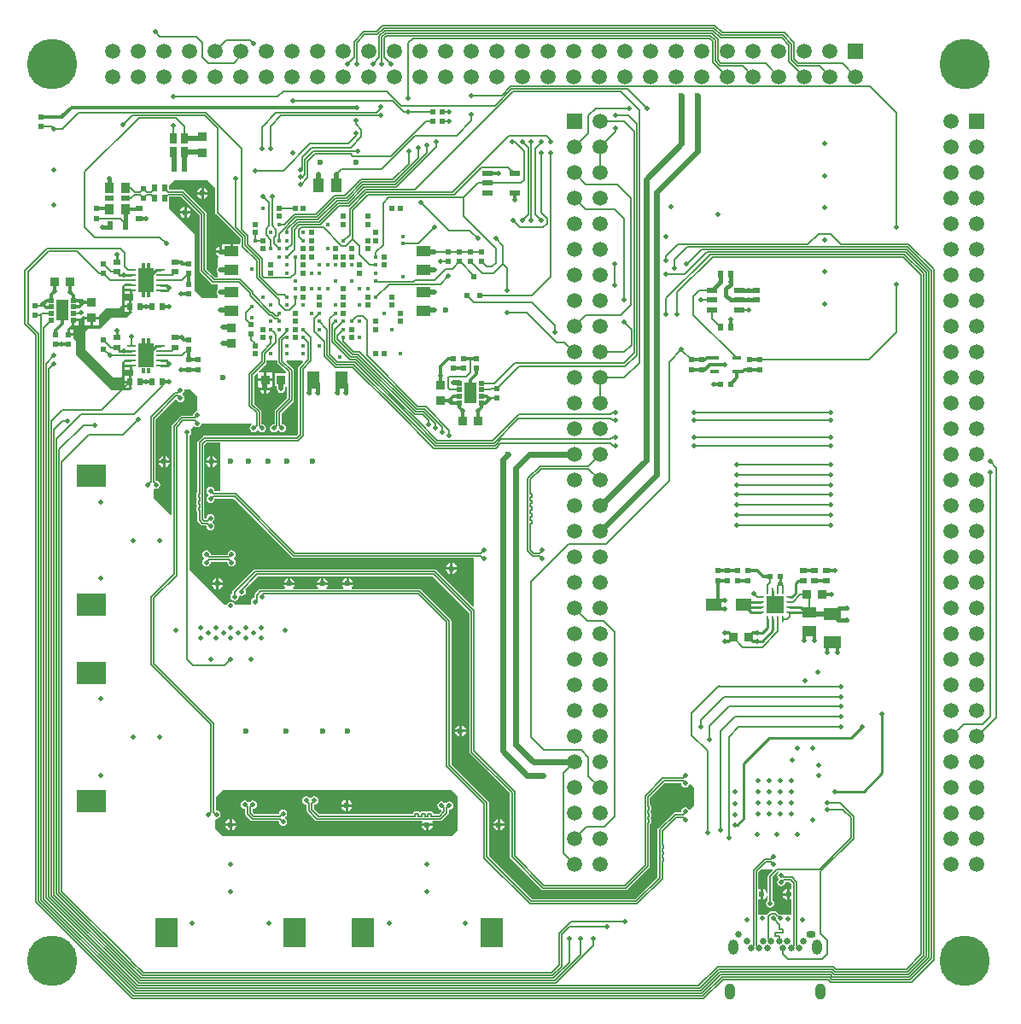
<source format=gbl>
G04 Layer_Physical_Order=4*
G04 Layer_Color=16711680*
%FSLAX25Y25*%
%MOIN*%
G70*
G01*
G75*
%ADD10R,0.02520X0.02362*%
%ADD11R,0.02362X0.02520*%
%ADD12R,0.03937X0.05512*%
%ADD16R,0.02284X0.03701*%
%ADD17R,0.02165X0.01968*%
%ADD18R,0.01968X0.02165*%
%ADD35C,0.00500*%
%ADD36C,0.01181*%
%ADD37C,0.00602*%
%ADD38C,0.01000*%
%ADD39C,0.00787*%
%ADD40C,0.02362*%
%ADD42C,0.01575*%
%ADD43C,0.19685*%
%ADD44R,0.05905X0.05905*%
%ADD45C,0.05905*%
%ADD46R,0.05905X0.05905*%
%ADD47R,0.11811X0.08661*%
%ADD48R,0.08661X0.11811*%
%ADD49O,0.03937X0.06299*%
%ADD50O,0.03740X0.02559*%
%ADD51C,0.02559*%
%ADD52O,0.03937X0.05905*%
%ADD53C,0.01575*%
%ADD54C,0.01968*%
%ADD55C,0.02362*%
%ADD58C,0.01968*%
%ADD71R,0.03543X0.03740*%
%ADD72R,0.03740X0.03543*%
%ADD73R,0.05512X0.03937*%
%ADD74R,0.06890X0.05118*%
%ADD75R,0.02362X0.01968*%
%ADD76R,0.05118X0.06890*%
%ADD77R,0.01968X0.02362*%
%ADD78R,0.01850X0.02362*%
%ADD79R,0.05905X0.04724*%
%ADD80R,0.04134X0.02362*%
%ADD81R,0.02362X0.01968*%
%ADD82R,0.04724X0.07874*%
%ADD83R,0.02953X0.03937*%
%ADD84R,0.06496X0.09449*%
%ADD85R,0.03347X0.01102*%
%ADD86R,0.03347X0.01378*%
%ADD87R,0.03347X0.03937*%
%ADD88R,0.03347X0.02362*%
%ADD89R,0.03937X0.02165*%
%ADD90R,0.06693X0.06693*%
G04:AMPARAMS|DCode=91|XSize=9.84mil|YSize=23.62mil|CornerRadius=2.46mil|HoleSize=0mil|Usage=FLASHONLY|Rotation=0.000|XOffset=0mil|YOffset=0mil|HoleType=Round|Shape=RoundedRectangle|*
%AMROUNDEDRECTD91*
21,1,0.00984,0.01870,0,0,0.0*
21,1,0.00492,0.02362,0,0,0.0*
1,1,0.00492,0.00246,-0.00935*
1,1,0.00492,-0.00246,-0.00935*
1,1,0.00492,-0.00246,0.00935*
1,1,0.00492,0.00246,0.00935*
%
%ADD91ROUNDEDRECTD91*%
G04:AMPARAMS|DCode=92|XSize=9.84mil|YSize=23.62mil|CornerRadius=2.46mil|HoleSize=0mil|Usage=FLASHONLY|Rotation=270.000|XOffset=0mil|YOffset=0mil|HoleType=Round|Shape=RoundedRectangle|*
%AMROUNDEDRECTD92*
21,1,0.00984,0.01870,0,0,270.0*
21,1,0.00492,0.02362,0,0,270.0*
1,1,0.00492,-0.00935,-0.00246*
1,1,0.00492,-0.00935,0.00246*
1,1,0.00492,0.00935,0.00246*
1,1,0.00492,0.00935,-0.00246*
%
%ADD92ROUNDEDRECTD92*%
%ADD93C,0.00984*%
%ADD94C,0.00598*%
G36*
X245850Y586327D02*
X248524D01*
Y585327D01*
X245850D01*
Y584358D01*
X248524D01*
Y583858D01*
X249024D01*
Y582307D01*
X249213D01*
X249213Y579819D01*
X248610D01*
Y577559D01*
Y575299D01*
X248921D01*
X246850Y573228D01*
X240551D01*
X236220Y568898D01*
X231890Y568898D01*
X230709Y567717D01*
Y560630D01*
X241732Y549606D01*
X244488Y549606D01*
X244882Y550000D01*
X244882Y555905D01*
X245850Y556874D01*
Y556799D01*
X248524D01*
Y555799D01*
X245850D01*
Y554831D01*
X248524D01*
Y554331D01*
X249024D01*
Y552779D01*
X249213D01*
Y550291D01*
X248610D01*
Y548032D01*
Y545772D01*
X248921D01*
X248031Y544882D01*
X240945Y544882D01*
X227165Y558661D01*
Y564173D01*
X226098Y565240D01*
Y565937D01*
X224016D01*
Y566437D01*
X223516D01*
Y568421D01*
X223228D01*
Y568504D01*
X224886Y570161D01*
X225484D01*
Y572146D01*
X225984D01*
Y572646D01*
X228165D01*
Y572835D01*
X228740Y572835D01*
X229528Y573622D01*
X230201D01*
Y573433D01*
X233071D01*
X235941D01*
Y574130D01*
X238583Y576772D01*
X243701Y576772D01*
X244882Y577953D01*
X244882Y585433D01*
X245850Y586402D01*
Y586327D01*
D02*
G37*
G36*
X375984Y386221D02*
X375984Y373228D01*
X373622Y370866D01*
X284252Y370866D01*
X281496Y373622D01*
Y377200D01*
X281883Y377518D01*
X281890Y377516D01*
X282509Y377639D01*
X283034Y377990D01*
X283384Y378515D01*
X283507Y379134D01*
X283384Y379753D01*
X283034Y380278D01*
X282509Y380628D01*
X281890Y380751D01*
X281684Y380920D01*
Y386015D01*
X284252Y388583D01*
X373622Y388583D01*
X375984Y386221D01*
D02*
G37*
G36*
X275296Y613005D02*
Y591318D01*
X275362Y590985D01*
X275551Y590703D01*
X279829Y586426D01*
X280111Y586237D01*
X280443Y586171D01*
X282283D01*
Y584159D01*
X281970Y583690D01*
X281847Y583071D01*
X281970Y582452D01*
X282283Y581983D01*
Y580709D01*
X276378Y580709D01*
X273228Y583858D01*
X273228Y605905D01*
X263386Y615748D01*
X263386Y620285D01*
X268017D01*
X275296Y613005D01*
D02*
G37*
G36*
X255866Y581102D02*
X254764D01*
Y583071D01*
X255866D01*
Y581102D01*
D02*
G37*
G36*
X253898D02*
X252795D01*
Y583071D01*
X253898D01*
Y581102D01*
D02*
G37*
G36*
X255866Y562992D02*
X254764D01*
Y564961D01*
X255866D01*
Y562992D01*
D02*
G37*
G36*
X274410Y542126D02*
Y536657D01*
X273790Y536534D01*
X273266Y536183D01*
X272915Y535658D01*
X272792Y535039D01*
X272623Y534834D01*
X268377D01*
X268045Y534767D01*
X267763Y534579D01*
X264633Y531450D01*
X264445Y531168D01*
X264379Y530835D01*
Y496117D01*
X263917Y495926D01*
X257193Y502650D01*
Y506154D01*
X257567Y506354D01*
X257693Y506371D01*
X258268Y506256D01*
X258887Y506380D01*
X259412Y506730D01*
X259762Y507255D01*
X259885Y507874D01*
X259762Y508493D01*
X259412Y509018D01*
X258887Y509369D01*
X258268Y509492D01*
X258062Y509661D01*
Y533498D01*
X265739Y541175D01*
X266287Y541016D01*
X266573Y540588D01*
X267097Y540238D01*
X267717Y540115D01*
X268336Y540238D01*
X268860Y540588D01*
X269211Y541113D01*
X269334Y541732D01*
X269211Y542351D01*
X268860Y542876D01*
X268666Y543006D01*
Y543608D01*
X268860Y543738D01*
X269211Y544263D01*
X269334Y544882D01*
X269371Y544927D01*
X271608D01*
X274410Y542126D01*
D02*
G37*
G36*
X315632Y555837D02*
X313952Y554158D01*
X313764Y553876D01*
X313698Y553543D01*
Y527758D01*
X313005Y527066D01*
X277145D01*
X276812Y527000D01*
X276530Y526811D01*
X274582Y524863D01*
X274394Y524581D01*
X274328Y524249D01*
Y506299D01*
Y505025D01*
X274265Y504983D01*
X274076Y504701D01*
X274010Y504368D01*
Y503081D01*
X274076Y502748D01*
X274248Y502437D01*
X274076Y502126D01*
X274010Y501793D01*
Y500506D01*
X274076Y500173D01*
X274248Y499862D01*
X274076Y499551D01*
X274010Y499219D01*
Y497931D01*
X274076Y497599D01*
X274265Y497317D01*
X274328Y497274D01*
Y494074D01*
X274394Y493741D01*
X274582Y493460D01*
X275849Y492193D01*
X276131Y492004D01*
X276464Y491938D01*
X277741D01*
X277910Y491732D01*
X278033Y491113D01*
X278384Y490588D01*
X278908Y490238D01*
X279528Y490115D01*
X280147Y490238D01*
X280671Y490588D01*
X281022Y491113D01*
X281145Y491732D01*
X281022Y492351D01*
X280671Y492876D01*
X280476Y493006D01*
Y493608D01*
X280671Y493738D01*
X281022Y494263D01*
X281145Y494882D01*
X281022Y495501D01*
X280671Y496026D01*
X280147Y496376D01*
X279528Y496500D01*
X278908Y496376D01*
X278384Y496026D01*
X278033Y495501D01*
X277910Y494882D01*
X277741Y494676D01*
X277238D01*
X277066Y494848D01*
Y523475D01*
X277919Y524328D01*
X283465D01*
Y505306D01*
X281314D01*
X281145Y505512D01*
X281022Y506131D01*
X280671Y506656D01*
X280147Y507006D01*
X279528Y507129D01*
X278908Y507006D01*
X278384Y506656D01*
X278033Y506131D01*
X277910Y505512D01*
X278033Y504893D01*
X278384Y504368D01*
X278579Y504238D01*
Y503636D01*
X278384Y503506D01*
X278033Y502981D01*
X277910Y502362D01*
X278033Y501743D01*
X278384Y501218D01*
X278908Y500868D01*
X279528Y500744D01*
X280147Y500868D01*
X280671Y501218D01*
X281022Y501743D01*
X281145Y502362D01*
X281314Y502568D01*
X288490D01*
X310349Y480709D01*
X311463Y479594D01*
X311745Y479406D01*
X312078Y479340D01*
X382496D01*
Y460564D01*
X382034Y460373D01*
X367777Y474630D01*
X367495Y474819D01*
X367162Y474885D01*
X296899D01*
X296567Y474819D01*
X296285Y474630D01*
X291373Y469718D01*
X288362Y466707D01*
X288174Y466426D01*
X288107Y466093D01*
Y465501D01*
X287832Y465317D01*
X287482Y464792D01*
X287359Y464173D01*
X287482Y463554D01*
X287832Y463029D01*
X288357Y462679D01*
X288976Y462556D01*
X289595Y462679D01*
X290120Y463029D01*
X290471Y463554D01*
X290594Y464173D01*
X290544Y464426D01*
X290994Y464727D01*
X291113Y464647D01*
X291564Y464558D01*
X291732Y464524D01*
X292351Y464647D01*
X292876Y464998D01*
X293227Y465523D01*
X293350Y466142D01*
X293227Y466761D01*
X293053Y467021D01*
X298179Y472147D01*
X366388D01*
X380627Y457908D01*
Y403543D01*
X380693Y403211D01*
X380882Y402929D01*
X396375Y387435D01*
Y362759D01*
X396441Y362426D01*
X396630Y362144D01*
X408814Y349960D01*
X409096Y349772D01*
X409428Y349706D01*
X441753D01*
X442085Y349772D01*
X442367Y349960D01*
X450827Y358420D01*
X451016Y358702D01*
X451082Y359035D01*
Y362992D01*
Y375253D01*
X451265Y375376D01*
X451454Y375658D01*
X451520Y375990D01*
Y377278D01*
X451454Y377610D01*
X451281Y377921D01*
X451454Y378232D01*
X451520Y378565D01*
Y379852D01*
X451454Y380185D01*
X451281Y380496D01*
X451454Y380807D01*
X451520Y381140D01*
Y382427D01*
X451454Y382760D01*
X451265Y383042D01*
X451082Y383164D01*
Y385679D01*
X456947Y391544D01*
X463174D01*
X463343Y391339D01*
X463466Y390720D01*
X463817Y390195D01*
X464342Y389844D01*
X464961Y389721D01*
X465580Y389844D01*
X466105Y390195D01*
X466455Y390720D01*
X466519Y391041D01*
X467062Y391206D01*
X468504Y389764D01*
Y382677D01*
X466899Y381072D01*
X466294Y381175D01*
X466105Y381459D01*
X465580Y381809D01*
X464961Y381933D01*
X464342Y381809D01*
X463817Y381459D01*
X463466Y380934D01*
X463343Y380315D01*
X463174Y380109D01*
X460897D01*
X460564Y380043D01*
X460282Y379855D01*
X454291Y373863D01*
X454103Y373581D01*
X454036Y373249D01*
Y354872D01*
X445309Y346145D01*
X405084D01*
X388271Y362958D01*
Y383698D01*
X388205Y384030D01*
X388016Y384312D01*
X373523Y398806D01*
Y454745D01*
X373456Y455078D01*
X373268Y455359D01*
X361659Y466969D01*
X361377Y467157D01*
X361044Y467223D01*
X334802D01*
X334643Y467719D01*
X335125Y468440D01*
X335195Y468791D01*
X330946D01*
X331016Y468440D01*
X331498Y467719D01*
X331340Y467223D01*
X324959D01*
X324801Y467719D01*
X325283Y468440D01*
X325353Y468791D01*
X321104D01*
X321174Y468440D01*
X321656Y467719D01*
X321497Y467223D01*
X311967D01*
X311809Y467719D01*
X312291Y468440D01*
X312361Y468791D01*
X308112D01*
X308182Y468440D01*
X308664Y467719D01*
X308505Y467223D01*
X299080D01*
X298748Y467157D01*
X298466Y466969D01*
X296962Y465465D01*
X296774Y465183D01*
X296708Y464851D01*
Y463794D01*
X296231Y463699D01*
X295707Y463349D01*
X295356Y462824D01*
X295233Y462205D01*
X295356Y461586D01*
X295397Y461524D01*
X295130Y461024D01*
X290911D01*
Y461024D01*
X289040Y461024D01*
X288995Y461249D01*
X288644Y461774D01*
X288119Y462124D01*
X287500Y462248D01*
X286881Y462124D01*
X286356Y461774D01*
X286006Y461249D01*
X285961Y461024D01*
X285039Y461024D01*
X271341Y474721D01*
Y527019D01*
X271616Y527203D01*
X271967Y527727D01*
X272090Y528346D01*
X271967Y528966D01*
X271774Y529254D01*
X273266Y530746D01*
X273790Y530395D01*
X274410Y530272D01*
X275028Y530395D01*
X275553Y530746D01*
X275904Y531271D01*
X276027Y531890D01*
X295491D01*
X295544Y531810D01*
X295411Y531131D01*
X295313Y531065D01*
X294962Y530540D01*
X294839Y529921D01*
X294962Y529302D01*
X295313Y528777D01*
X295838Y528427D01*
X296457Y528304D01*
X297076Y528427D01*
X297601Y528777D01*
X297731Y528972D01*
X298332D01*
X298462Y528777D01*
X298987Y528427D01*
X299606Y528304D01*
X300225Y528427D01*
X300750Y528777D01*
X301101Y529302D01*
X301224Y529921D01*
X301101Y530540D01*
X300750Y531065D01*
X300225Y531416D01*
X299606Y531539D01*
X299401Y531708D01*
Y536347D01*
X299401Y536347D01*
X299334Y536680D01*
X299146Y536962D01*
X296538Y539570D01*
Y550427D01*
X297614Y551503D01*
X298114Y551296D01*
Y549319D01*
X300386D01*
Y551689D01*
X298507D01*
X298300Y552189D01*
X301221Y555110D01*
X301409Y555392D01*
X301475Y555724D01*
Y556299D01*
X305611D01*
Y555704D01*
X305677Y555371D01*
X305866Y555089D01*
X309164Y551791D01*
X308957Y551291D01*
X304614D01*
Y546347D01*
X305469D01*
Y545276D01*
X305592Y544657D01*
X305943Y544132D01*
X306468Y543781D01*
X307087Y543658D01*
X307706Y543781D01*
X308230Y544132D01*
X308581Y544657D01*
X308704Y545276D01*
Y545993D01*
X308864Y546153D01*
X309366Y545948D01*
X309367Y545849D01*
Y541699D01*
X304791Y537122D01*
X304603Y536840D01*
X304537Y536508D01*
Y531708D01*
X304331Y531539D01*
X303712Y531416D01*
X303187Y531065D01*
X302836Y530540D01*
X302713Y529921D01*
X302836Y529302D01*
X303187Y528777D01*
X303712Y528427D01*
X304331Y528304D01*
X304950Y528427D01*
X305475Y528777D01*
X305605Y528972D01*
X306206D01*
X306336Y528777D01*
X306861Y528427D01*
X307480Y528304D01*
X308099Y528427D01*
X308624Y528777D01*
X308975Y529302D01*
X309098Y529921D01*
X308975Y530540D01*
X308624Y531065D01*
X308099Y531416D01*
X307480Y531539D01*
X307275Y531708D01*
Y535734D01*
X311851Y540310D01*
X312039Y540592D01*
X312105Y540924D01*
X312105Y540924D01*
Y552362D01*
X312039Y552695D01*
X311851Y552977D01*
X308990Y555837D01*
X309182Y556299D01*
X315441D01*
X315632Y555837D01*
D02*
G37*
G36*
X253898Y551575D02*
X252795D01*
Y553543D01*
X253898D01*
Y551575D01*
D02*
G37*
G36*
Y562992D02*
X252795D01*
Y564961D01*
X253898D01*
Y562992D01*
D02*
G37*
G36*
X255866Y551575D02*
X254764D01*
Y553543D01*
X255866D01*
Y551575D01*
D02*
G37*
G36*
X253898Y592520D02*
X252795D01*
Y594488D01*
X253898D01*
Y592520D01*
D02*
G37*
G36*
X278346Y626772D02*
X281414Y623704D01*
Y614173D01*
X281481Y613841D01*
X281669Y613559D01*
X291257Y603971D01*
Y602729D01*
X291219Y602673D01*
X291153Y602341D01*
Y601886D01*
X288295D01*
Y598917D01*
X287295D01*
Y601886D01*
X284039D01*
Y601122D01*
X283965Y601060D01*
Y598819D01*
X283465D01*
Y598319D01*
X281541D01*
X281595Y598045D01*
X282034Y597388D01*
X282690Y596950D01*
X282606Y596457D01*
X282283D01*
Y592820D01*
X281970Y592351D01*
X281847Y591732D01*
X281970Y591113D01*
X282283Y590644D01*
Y588909D01*
X281218D01*
X278034Y592092D01*
Y613779D01*
X277968Y614112D01*
X277780Y614394D01*
X269406Y622768D01*
X269124Y622957D01*
X268791Y623023D01*
X263386D01*
Y624803D01*
X265354Y626772D01*
X278346Y626772D01*
D02*
G37*
G36*
X499197Y357513D02*
X497417Y355733D01*
X497229Y355451D01*
X497162Y355118D01*
Y348221D01*
X496966Y348202D01*
X496830Y348883D01*
X496348Y349604D01*
X495627Y350086D01*
X495276Y350156D01*
Y348031D01*
Y345907D01*
X495627Y345977D01*
X496348Y346459D01*
X496830Y347181D01*
X496966Y347861D01*
X497162Y347842D01*
Y345816D01*
X496888Y345632D01*
X496537Y345107D01*
X496414Y344488D01*
X496537Y343869D01*
X496888Y343344D01*
X497412Y342994D01*
X498032Y342870D01*
X498651Y342994D01*
X499175Y343344D01*
X499526Y343869D01*
X499649Y344488D01*
X499526Y345107D01*
X499175Y345632D01*
X498901Y345816D01*
Y354758D01*
X501147Y357005D01*
X501402D01*
X501459Y356817D01*
X501218Y356656D01*
X500868Y356131D01*
X500744Y355512D01*
X500868Y354893D01*
X501218Y354368D01*
X501421Y354232D01*
Y354035D01*
X501218Y353900D01*
X500868Y353375D01*
X500744Y352756D01*
X500868Y352137D01*
X501218Y351612D01*
X501743Y351261D01*
X502362Y351138D01*
X502981Y351261D01*
X503506Y351612D01*
X503857Y352137D01*
X503980Y352756D01*
X503987Y352765D01*
X505742D01*
X506505Y352002D01*
Y350008D01*
X506331Y349915D01*
X506075Y350086D01*
X505724Y350156D01*
Y348031D01*
Y345907D01*
X506075Y345977D01*
X506331Y346148D01*
X506505Y346055D01*
Y340158D01*
X502184D01*
X501968Y340200D01*
X501753Y340158D01*
X501623D01*
X500615Y341166D01*
X500333Y341354D01*
X500000Y341420D01*
X498425D01*
X498093Y341354D01*
X497811Y341166D01*
X496803Y340158D01*
X495294D01*
X495079Y340200D01*
X494863Y340158D01*
X493495D01*
Y346055D01*
X493669Y346148D01*
X493925Y345977D01*
X494276Y345907D01*
Y348031D01*
Y350156D01*
X493925Y350086D01*
X493669Y349915D01*
X493495Y350008D01*
Y356727D01*
X494463Y357695D01*
X499122D01*
X499197Y357513D01*
D02*
G37*
G36*
X255866Y592520D02*
X254764D01*
Y594488D01*
X255866D01*
Y592520D01*
D02*
G37*
%LPC*%
G36*
X247610Y577059D02*
X245929D01*
Y575299D01*
X247610D01*
Y577059D01*
D02*
G37*
G36*
X235941Y572433D02*
X233571D01*
Y570161D01*
X235941D01*
Y572433D01*
D02*
G37*
G36*
X248024Y583358D02*
X245850D01*
Y582307D01*
X248024D01*
Y583358D01*
D02*
G37*
G36*
X247610Y579819D02*
X245929D01*
Y578059D01*
X247610D01*
Y579819D01*
D02*
G37*
G36*
X226098Y568421D02*
X224516D01*
Y566937D01*
X226098D01*
Y568421D01*
D02*
G37*
G36*
X248024Y553831D02*
X245850D01*
Y552779D01*
X248024D01*
Y553831D01*
D02*
G37*
G36*
X232571Y572433D02*
X230201D01*
Y570161D01*
X232571D01*
Y572433D01*
D02*
G37*
G36*
X228165Y571646D02*
X226484D01*
Y570161D01*
X228165D01*
Y571646D01*
D02*
G37*
G36*
X247610Y547532D02*
X245929D01*
Y545772D01*
X247610D01*
Y547532D01*
D02*
G37*
G36*
Y550291D02*
X245929D01*
Y548531D01*
X247610D01*
Y550291D01*
D02*
G37*
G36*
X332177Y382177D02*
X330553D01*
X330623Y381826D01*
X331105Y381105D01*
X331826Y380623D01*
X332177Y380553D01*
Y382177D01*
D02*
G37*
G36*
X366298Y374697D02*
X364673D01*
Y373073D01*
X365024Y373142D01*
X365746Y373624D01*
X366228Y374346D01*
X366298Y374697D01*
D02*
G37*
G36*
X286902Y377321D02*
X286551Y377251D01*
X285829Y376769D01*
X285347Y376048D01*
X285277Y375697D01*
X286902D01*
Y377321D01*
D02*
G37*
G36*
X287902D02*
Y375697D01*
X289526D01*
X289456Y376048D01*
X288974Y376769D01*
X288253Y377251D01*
X287902Y377321D01*
D02*
G37*
G36*
X333177Y384802D02*
Y383177D01*
X334802D01*
X334732Y383528D01*
X334250Y384250D01*
X333528Y384732D01*
X333177Y384802D01*
D02*
G37*
G36*
X286902Y374697D02*
X285277D01*
X285347Y374346D01*
X285829Y373624D01*
X286551Y373142D01*
X286902Y373073D01*
Y374697D01*
D02*
G37*
G36*
X320079Y386263D02*
X319460Y386140D01*
X318935Y385790D01*
X318805Y385595D01*
X318203D01*
X318073Y385790D01*
X317548Y386140D01*
X316929Y386263D01*
X316310Y386140D01*
X315785Y385790D01*
X315435Y385265D01*
X315311Y384646D01*
X315435Y384027D01*
X315785Y383502D01*
X316310Y383151D01*
X316929Y383028D01*
X317135Y382859D01*
Y380582D01*
X317201Y380249D01*
X317389Y379967D01*
X320518Y376838D01*
X320800Y376650D01*
X321133Y376584D01*
X361946D01*
X362182Y376143D01*
X362119Y376048D01*
X362049Y375697D01*
X366298D01*
X366228Y376048D01*
X366164Y376143D01*
X366400Y376584D01*
X369312D01*
X369644Y376650D01*
X369926Y376838D01*
X372374Y379286D01*
X372374Y379286D01*
X372563Y379568D01*
X372629Y379901D01*
Y380891D01*
X372835Y381060D01*
X373454Y381183D01*
X373978Y381533D01*
X374329Y382058D01*
X374452Y382677D01*
X374329Y383296D01*
X373978Y383821D01*
X373454Y384172D01*
X372835Y384295D01*
X372216Y384172D01*
X371691Y383821D01*
X371561Y383626D01*
X370959D01*
X370829Y383821D01*
X370304Y384172D01*
X369685Y384295D01*
X369066Y384172D01*
X368541Y383821D01*
X368191Y383296D01*
X368067Y382677D01*
X368191Y382058D01*
X368541Y381533D01*
X369066Y381183D01*
X369636Y381069D01*
X369724Y380867D01*
X369785Y380570D01*
X368538Y379322D01*
X366654D01*
Y379498D01*
X366588Y379830D01*
X366400Y380112D01*
X366118Y380300D01*
X365785Y380367D01*
X364498D01*
X364165Y380300D01*
X363825Y380112D01*
X363543Y380301D01*
X363211Y380367D01*
X361923D01*
X361591Y380301D01*
X361280Y380128D01*
X360968Y380301D01*
X360636Y380367D01*
X359348D01*
X359016Y380301D01*
X358734Y380112D01*
X358545Y379830D01*
X358479Y379498D01*
Y379322D01*
X321907D01*
X319873Y381356D01*
Y382859D01*
X320079Y383028D01*
X320698Y383151D01*
X321223Y383502D01*
X321573Y384027D01*
X321696Y384646D01*
X321573Y385265D01*
X321223Y385790D01*
X320698Y386140D01*
X320079Y386263D01*
D02*
G37*
G36*
X296063Y384689D02*
X295444Y384565D01*
X294919Y384215D01*
X294789Y384020D01*
X294187D01*
X294057Y384215D01*
X293532Y384565D01*
X292913Y384689D01*
X292294Y384565D01*
X291770Y384215D01*
X291419Y383690D01*
X291296Y383071D01*
X291419Y382452D01*
X291770Y381927D01*
X292294Y381576D01*
X292913Y381453D01*
X293119Y381284D01*
Y379346D01*
X293185Y379014D01*
X293374Y378732D01*
X295267Y376838D01*
X295549Y376650D01*
X295882Y376584D01*
X306087D01*
X306256Y376378D01*
X306380Y375759D01*
X306730Y375234D01*
X307255Y374883D01*
X307874Y374760D01*
X308493Y374883D01*
X309018Y375234D01*
X309369Y375759D01*
X309492Y376378D01*
X309369Y376997D01*
X309018Y377522D01*
X308823Y377652D01*
Y378253D01*
X309018Y378384D01*
X309369Y378908D01*
X309492Y379528D01*
X309369Y380147D01*
X309018Y380671D01*
X308493Y381022D01*
X307874Y381145D01*
X307255Y381022D01*
X306730Y380671D01*
X306380Y380147D01*
X306256Y379528D01*
X306087Y379322D01*
X296656D01*
X295857Y380121D01*
Y381284D01*
X296063Y381453D01*
X296682Y381576D01*
X297207Y381927D01*
X297557Y382452D01*
X297681Y383071D01*
X297557Y383690D01*
X297207Y384215D01*
X296682Y384565D01*
X296063Y384689D01*
D02*
G37*
G36*
X363673Y374697D02*
X362049D01*
X362119Y374346D01*
X362601Y373624D01*
X363322Y373142D01*
X363673Y373073D01*
Y374697D01*
D02*
G37*
G36*
X334802Y382177D02*
X333177D01*
Y380553D01*
X333528Y380623D01*
X334250Y381105D01*
X334732Y381826D01*
X334802Y382177D01*
D02*
G37*
G36*
X332177Y384802D02*
X331826Y384732D01*
X331105Y384250D01*
X330623Y383528D01*
X330553Y383177D01*
X332177D01*
Y384802D01*
D02*
G37*
G36*
X289526Y374697D02*
X287902D01*
Y373073D01*
X288253Y373142D01*
X288974Y373624D01*
X289456Y374346D01*
X289526Y374697D01*
D02*
G37*
G36*
X271809Y613673D02*
X270185D01*
Y612049D01*
X270536Y612119D01*
X271257Y612601D01*
X271740Y613322D01*
X271809Y613673D01*
D02*
G37*
G36*
X269185D02*
X267561D01*
X267631Y613322D01*
X268113Y612601D01*
X268834Y612119D01*
X269185Y612049D01*
Y613673D01*
D02*
G37*
G36*
X270185Y616298D02*
Y614673D01*
X271809D01*
X271740Y615024D01*
X271257Y615746D01*
X270536Y616228D01*
X270185Y616298D01*
D02*
G37*
G36*
X269185D02*
X268834Y616228D01*
X268113Y615746D01*
X267631Y615024D01*
X267561Y614673D01*
X269185D01*
Y616298D01*
D02*
G37*
G36*
X263542Y516429D02*
X261917D01*
Y514805D01*
X262268Y514875D01*
X262990Y515357D01*
X263472Y516078D01*
X263542Y516429D01*
D02*
G37*
G36*
X260917D02*
X259293D01*
X259363Y516078D01*
X259845Y515357D01*
X260566Y514875D01*
X260917Y514805D01*
Y516429D01*
D02*
G37*
G36*
Y519054D02*
X260566Y518984D01*
X259845Y518502D01*
X259363Y517780D01*
X259293Y517429D01*
X260917D01*
Y519054D01*
D02*
G37*
G36*
X261917D02*
Y517429D01*
X263542D01*
X263472Y517780D01*
X262990Y518502D01*
X262268Y518984D01*
X261917Y519054D01*
D02*
G37*
G36*
X284408Y468791D02*
X282784D01*
Y467167D01*
X283135Y467237D01*
X283856Y467719D01*
X284338Y468440D01*
X284408Y468791D01*
D02*
G37*
G36*
X377665Y413935D02*
Y412311D01*
X379290D01*
X379220Y412662D01*
X378738Y413383D01*
X378016Y413866D01*
X377665Y413935D01*
D02*
G37*
G36*
X281784Y468791D02*
X280159D01*
X280229Y468440D01*
X280711Y467719D01*
X281432Y467237D01*
X281784Y467167D01*
Y468791D01*
D02*
G37*
G36*
X379290Y411311D02*
X377665D01*
Y409687D01*
X378016Y409757D01*
X378738Y410239D01*
X379220Y410960D01*
X379290Y411311D01*
D02*
G37*
G36*
X376665Y413935D02*
X376314Y413866D01*
X375593Y413383D01*
X375111Y412662D01*
X375041Y412311D01*
X376665D01*
Y413935D01*
D02*
G37*
G36*
X281784Y471416D02*
X281432Y471346D01*
X280711Y470864D01*
X280229Y470142D01*
X280159Y469791D01*
X281784D01*
Y471416D01*
D02*
G37*
G36*
X332571D02*
X332220Y471346D01*
X331498Y470864D01*
X331016Y470142D01*
X330946Y469791D01*
X332571D01*
Y471416D01*
D02*
G37*
G36*
X323728D02*
Y469791D01*
X325353D01*
X325283Y470142D01*
X324801Y470864D01*
X324079Y471346D01*
X323728Y471416D01*
D02*
G37*
G36*
X373122Y474697D02*
X371498D01*
X371568Y474346D01*
X372050Y473624D01*
X372771Y473142D01*
X373122Y473072D01*
Y474697D01*
D02*
G37*
G36*
X333571Y471416D02*
Y469791D01*
X335195D01*
X335125Y470142D01*
X334643Y470864D01*
X333922Y471346D01*
X333571Y471416D01*
D02*
G37*
G36*
X309736D02*
X309385Y471346D01*
X308664Y470864D01*
X308182Y470142D01*
X308112Y469791D01*
X309736D01*
Y471416D01*
D02*
G37*
G36*
X282784D02*
Y469791D01*
X284408D01*
X284338Y470142D01*
X283856Y470864D01*
X283135Y471346D01*
X282784Y471416D01*
D02*
G37*
G36*
X322728D02*
X322377Y471346D01*
X321656Y470864D01*
X321174Y470142D01*
X321104Y469791D01*
X322728D01*
Y471416D01*
D02*
G37*
G36*
X310736D02*
Y469791D01*
X312361D01*
X312291Y470142D01*
X311809Y470864D01*
X311087Y471346D01*
X310736Y471416D01*
D02*
G37*
G36*
X376665Y411311D02*
X375041D01*
X375111Y410960D01*
X375593Y410239D01*
X376314Y409757D01*
X376665Y409687D01*
Y411311D01*
D02*
G37*
G36*
X392626Y377321D02*
Y375697D01*
X394250D01*
X394180Y376048D01*
X393699Y376769D01*
X392977Y377251D01*
X392626Y377321D01*
D02*
G37*
G36*
X391626Y374697D02*
X390002D01*
X390071Y374346D01*
X390553Y373624D01*
X391275Y373142D01*
X391626Y373073D01*
Y374697D01*
D02*
G37*
G36*
X394250D02*
X392626D01*
Y373073D01*
X392977Y373142D01*
X393699Y373624D01*
X394180Y374346D01*
X394250Y374697D01*
D02*
G37*
G36*
X391626Y377321D02*
X391275Y377251D01*
X390553Y376769D01*
X390071Y376048D01*
X390002Y375697D01*
X391626D01*
Y377321D01*
D02*
G37*
G36*
X303658Y551689D02*
X301386D01*
Y549319D01*
X303658D01*
Y551689D01*
D02*
G37*
G36*
X282046Y516429D02*
X280421D01*
Y514805D01*
X280772Y514875D01*
X281494Y515357D01*
X281976Y516078D01*
X282046Y516429D01*
D02*
G37*
G36*
X279421D02*
X277797D01*
X277867Y516078D01*
X278349Y515357D01*
X279070Y514875D01*
X279421Y514805D01*
Y516429D01*
D02*
G37*
G36*
X373122Y477321D02*
X372771Y477251D01*
X372050Y476769D01*
X371568Y476048D01*
X371498Y475697D01*
X373122D01*
Y477321D01*
D02*
G37*
G36*
X375746Y474697D02*
X374122D01*
Y473072D01*
X374473Y473142D01*
X375195Y473624D01*
X375677Y474346D01*
X375746Y474697D01*
D02*
G37*
G36*
X287795Y482326D02*
X287176Y482203D01*
X286651Y481852D01*
X286301Y481328D01*
X286178Y480709D01*
X286009Y480503D01*
X279739D01*
X279570Y480709D01*
X279447Y481328D01*
X279097Y481852D01*
X278572Y482203D01*
X277953Y482326D01*
X277334Y482203D01*
X276809Y481852D01*
X276458Y481328D01*
X276335Y480709D01*
X276458Y480090D01*
X276809Y479565D01*
X277004Y479434D01*
Y478833D01*
X276809Y478703D01*
X276458Y478178D01*
X276335Y477559D01*
X276458Y476940D01*
X276809Y476415D01*
X277334Y476064D01*
X277953Y475941D01*
X278572Y476064D01*
X279097Y476415D01*
X279447Y476940D01*
X279570Y477559D01*
X279739Y477765D01*
X286009D01*
X286178Y477559D01*
X286301Y476940D01*
X286651Y476415D01*
X287176Y476064D01*
X287795Y475941D01*
X288414Y476064D01*
X288939Y476415D01*
X289290Y476940D01*
X289413Y477559D01*
X289290Y478178D01*
X288939Y478703D01*
X288744Y478833D01*
Y479434D01*
X288939Y479565D01*
X289290Y480090D01*
X289413Y480709D01*
X289290Y481328D01*
X288939Y481852D01*
X288414Y482203D01*
X287795Y482326D01*
D02*
G37*
G36*
X374122Y477321D02*
Y475697D01*
X375746D01*
X375677Y476048D01*
X375195Y476769D01*
X374473Y477251D01*
X374122Y477321D01*
D02*
G37*
G36*
X302711Y544776D02*
X301287D01*
Y543352D01*
X301562Y543406D01*
X302218Y543845D01*
X302657Y544501D01*
X302711Y544776D01*
D02*
G37*
G36*
X303658Y548319D02*
X300886D01*
X298114D01*
Y545949D01*
X298504D01*
X298646Y545776D01*
X302928D01*
X303071Y545949D01*
X303658D01*
Y548319D01*
D02*
G37*
G36*
X279421Y519054D02*
X279070Y518984D01*
X278349Y518502D01*
X277867Y517780D01*
X277797Y517429D01*
X279421D01*
Y519054D01*
D02*
G37*
G36*
X300287Y544776D02*
X298864D01*
X298918Y544501D01*
X299357Y543845D01*
X300013Y543406D01*
X300287Y543352D01*
Y544776D01*
D02*
G37*
G36*
X280421Y519054D02*
Y517429D01*
X282046D01*
X281976Y517780D01*
X281494Y518502D01*
X280772Y518984D01*
X280421Y519054D01*
D02*
G37*
G36*
X282965Y600743D02*
X282690Y600688D01*
X282034Y600249D01*
X281595Y599593D01*
X281541Y599319D01*
X282965D01*
Y600743D01*
D02*
G37*
G36*
X278502Y621153D02*
X276878D01*
Y619529D01*
X277229Y619599D01*
X277950Y620081D01*
X278432Y620802D01*
X278502Y621153D01*
D02*
G37*
G36*
X275878D02*
X274254D01*
X274323Y620802D01*
X274805Y620081D01*
X275527Y619599D01*
X275878Y619529D01*
Y621153D01*
D02*
G37*
G36*
X276878Y623778D02*
Y622154D01*
X278502D01*
X278432Y622505D01*
X277950Y623226D01*
X277229Y623708D01*
X276878Y623778D01*
D02*
G37*
G36*
X275878D02*
X275527Y623708D01*
X274805Y623226D01*
X274323Y622505D01*
X274254Y622154D01*
X275878D01*
Y623778D01*
D02*
G37*
G36*
X504724Y347532D02*
X503100D01*
X503170Y347181D01*
X503652Y346459D01*
X504373Y345977D01*
X504724Y345907D01*
Y347532D01*
D02*
G37*
G36*
Y350156D02*
X504373Y350086D01*
X503652Y349604D01*
X503170Y348883D01*
X503100Y348532D01*
X504724D01*
Y350156D01*
D02*
G37*
%LPD*%
D10*
X492520Y583779D02*
D03*
Y580000D02*
D03*
X242913Y591024D02*
D03*
Y594803D02*
D03*
X265748Y590945D02*
D03*
Y594724D02*
D03*
X242913Y561496D02*
D03*
Y565276D02*
D03*
X265748Y561496D02*
D03*
Y565276D02*
D03*
X251575Y611890D02*
D03*
Y615669D02*
D03*
X511024Y470551D02*
D03*
Y474331D02*
D03*
X515354Y474331D02*
D03*
Y470551D02*
D03*
X520079Y470551D02*
D03*
Y474331D02*
D03*
D11*
X265433Y631496D02*
D03*
X269213D02*
D03*
X478819Y569291D02*
D03*
X482598D02*
D03*
X478819Y590157D02*
D03*
X482598D02*
D03*
X248110Y577559D02*
D03*
X251890D02*
D03*
X260551D02*
D03*
X256772D02*
D03*
X248110Y548032D02*
D03*
X251890D02*
D03*
X260551D02*
D03*
X256772D02*
D03*
X257756Y619685D02*
D03*
X261535D02*
D03*
X257756Y623622D02*
D03*
X261535D02*
D03*
D12*
X328839Y624803D02*
D03*
X321555D02*
D03*
D16*
X240197Y609055D02*
D03*
X246417D02*
D03*
D17*
X374410Y556988D02*
D03*
Y553248D02*
D03*
X378346D02*
D03*
Y556988D02*
D03*
X383465D02*
D03*
Y553248D02*
D03*
X391339Y541831D02*
D03*
Y545571D02*
D03*
X211024Y577854D02*
D03*
Y574114D02*
D03*
X224016Y566437D02*
D03*
Y562697D02*
D03*
X218898D02*
D03*
Y566437D02*
D03*
X237795Y593996D02*
D03*
Y590256D02*
D03*
X270866Y593996D02*
D03*
Y590256D02*
D03*
Y582382D02*
D03*
Y586122D02*
D03*
X237795Y564468D02*
D03*
Y560728D02*
D03*
X270866D02*
D03*
Y564468D02*
D03*
Y556595D02*
D03*
Y552854D02*
D03*
X274803Y556595D02*
D03*
Y552854D02*
D03*
X494095Y556595D02*
D03*
Y552854D02*
D03*
X490158Y556595D02*
D03*
Y552854D02*
D03*
X471260Y556595D02*
D03*
Y552854D02*
D03*
X467323Y556595D02*
D03*
Y552854D02*
D03*
X235039Y615650D02*
D03*
Y611909D02*
D03*
X253346Y623524D02*
D03*
Y619783D02*
D03*
X213386Y647736D02*
D03*
Y651476D02*
D03*
X372441Y594980D02*
D03*
Y598721D02*
D03*
X376772Y594980D02*
D03*
Y598721D02*
D03*
X385433Y594980D02*
D03*
Y598721D02*
D03*
X381102Y594980D02*
D03*
Y598721D02*
D03*
X295276Y570374D02*
D03*
Y566634D02*
D03*
X489370Y474311D02*
D03*
Y470571D02*
D03*
X481496D02*
D03*
Y474311D02*
D03*
X477559Y470571D02*
D03*
Y474311D02*
D03*
X485433Y470571D02*
D03*
Y474311D02*
D03*
D18*
X482579Y547244D02*
D03*
X478839D02*
D03*
X366240Y653543D02*
D03*
X369980D02*
D03*
Y649606D02*
D03*
X366240D02*
D03*
X498130Y472047D02*
D03*
X501870D02*
D03*
D35*
X291339Y466535D02*
X297819Y473016D01*
X314762Y624853D02*
X317498Y627588D01*
X294902Y581869D02*
X302676Y574096D01*
X295902Y582283D02*
X303090Y575096D01*
X310630Y588583D02*
X312598Y590551D01*
X300466Y588583D02*
X310630D01*
X299638Y589411D02*
X300466Y588583D01*
X294126Y601616D02*
X298819Y596923D01*
X299638Y596104D01*
X292126Y602444D02*
Y604331D01*
X292022Y602341D02*
X292126Y602444D01*
X292022Y600891D02*
Y602341D01*
Y600891D02*
X297638Y595276D01*
Y588583D02*
Y595276D01*
X293126Y602030D02*
Y604745D01*
X293022Y601927D02*
X293126Y602030D01*
X293022Y601305D02*
Y601927D01*
Y601305D02*
X298638Y595690D01*
Y588997D02*
Y595690D01*
X299638Y589411D02*
Y596104D01*
X305548Y582087D02*
X308465D01*
X298638Y588997D02*
X305548Y582087D01*
X306299Y578346D02*
Y579921D01*
X297638Y588583D02*
X306299Y579921D01*
X427153Y514106D02*
X431653Y509606D01*
X408595Y514106D02*
X427153D01*
X404437Y509949D02*
X408595Y514106D01*
X404437Y505118D02*
Y509949D01*
Y482410D02*
Y484646D01*
Y492888D01*
X405149D01*
Y494175D01*
X404437D02*
X405149D01*
X404437D02*
Y495463D01*
X405149D01*
Y496750D01*
X404437D02*
X405149D01*
X404437D02*
Y498037D01*
X405149D01*
Y499325D01*
X404437D02*
X405149D01*
X404437D02*
Y500612D01*
X405149D01*
Y501900D01*
X404437D02*
X405149D01*
X404437D02*
Y503187D01*
X405149D01*
Y504474D01*
X404437D02*
X405149D01*
X404437D02*
Y505118D01*
Y482410D02*
X405639Y481209D01*
X407980D01*
X409055Y482283D01*
X408180Y515106D02*
X427153D01*
X403437Y481996D02*
X405224Y480209D01*
X407980D01*
X403437Y510363D02*
X408180Y515106D01*
X403437Y481996D02*
Y510363D01*
X407980Y480209D02*
X409055Y479134D01*
X312078Y480209D02*
X385146D01*
X386221Y479134D01*
X288850Y503437D02*
X312078Y480209D01*
X386221Y479134D02*
X386433D01*
X266642Y543807D02*
X267717Y544882D01*
X265727Y543807D02*
X266642D01*
X256193Y508949D02*
Y534272D01*
X265727Y543807D01*
X280602Y503437D02*
X288850D01*
X279528Y502362D02*
X280602Y503437D01*
X255118Y507874D02*
X256193Y508949D01*
X266642Y542807D02*
X267717Y541732D01*
X266142Y542807D02*
X266642D01*
X257193Y533858D02*
X266142Y542807D01*
X257193Y508949D02*
Y533858D01*
Y508949D02*
X258268Y507874D01*
X280602Y504437D02*
X289264D01*
X312492Y481209D01*
X386221Y482283D02*
X386433D01*
X312492Y481209D02*
X385146D01*
X386221Y482283D01*
X279528Y505512D02*
X280602Y504437D01*
X340589Y558287D02*
Y572009D01*
X338976Y573622D02*
X340589Y572009D01*
X336614Y573622D02*
X338976D01*
X334646Y571654D02*
X336614Y573622D01*
X333858Y615354D02*
X340484Y621980D01*
X333858Y605512D02*
Y615354D01*
X331496Y603150D02*
X333858Y605512D01*
X323622Y608268D02*
X330709Y601181D01*
X314961Y608268D02*
X323622D01*
X314014Y607321D02*
X314961Y608268D01*
X320669Y613449D02*
X328086Y620866D01*
X312428Y613449D02*
X320669D01*
X308428Y609449D02*
X312428Y613449D01*
X306299Y605905D02*
X312842Y612449D01*
X321083D02*
X328500Y619866D01*
X312842Y612449D02*
X321083D01*
X309449Y607641D02*
X313257Y611449D01*
X321497D02*
X328915Y618866D01*
X313257Y611449D02*
X321497D01*
X311183Y607961D02*
X313671Y610449D01*
X321911D02*
X329329Y617866D01*
X313671Y610449D02*
X321911D01*
X322326Y609449D02*
X329743Y616866D01*
X314085Y609449D02*
X322326D01*
X312205Y607568D02*
X314085Y609449D01*
X404724Y470079D02*
X419291Y484646D01*
X404724Y409449D02*
Y470079D01*
Y409449D02*
X409842Y404331D01*
X424409D01*
X382496Y403958D02*
X398244Y388210D01*
Y363173D02*
Y388210D01*
Y363173D02*
X409842Y351575D01*
X381496Y403543D02*
X397244Y387795D01*
Y362759D02*
Y387795D01*
Y362759D02*
X409428Y350575D01*
X382496Y403958D02*
Y458682D01*
X381496Y403543D02*
Y458268D01*
X367162Y474016D02*
X382496Y458682D01*
X366748Y473016D02*
X381496Y458268D01*
X296899Y474016D02*
X367162D01*
X297819Y473016D02*
X366748D01*
X371654Y398031D02*
X386402Y383283D01*
Y362184D02*
Y383283D01*
Y362184D02*
X404310Y344276D01*
X372654Y398446D02*
X387402Y383698D01*
Y362598D02*
Y383698D01*
Y362598D02*
X404724Y345276D01*
X361044Y466354D02*
X372654Y454745D01*
Y398446D02*
Y454745D01*
X360630Y465354D02*
X371654Y454331D01*
Y398031D02*
Y454331D01*
X299080Y466354D02*
X361044D01*
X300394Y465354D02*
X360630D01*
X363520Y538433D02*
X372835Y529118D01*
X360443Y538433D02*
X363520D01*
X340589Y558287D02*
X360443Y538433D01*
X363106Y537433D02*
X370079Y530460D01*
X360029Y537433D02*
X363106D01*
X337556Y559905D02*
X360029Y537433D01*
X362691Y536433D02*
X367323Y531802D01*
X359614Y536433D02*
X362691D01*
X337142Y558906D02*
X359614Y536433D01*
X362277Y535433D02*
X364567Y533143D01*
X359200Y535433D02*
X362277D01*
X336728Y557905D02*
X359200Y535433D01*
X481260Y667165D02*
X481496D01*
X547244Y567323D02*
Y586221D01*
X536516Y556595D02*
X547244Y567323D01*
X494095Y556595D02*
X536516D01*
X547244Y608268D02*
Y653118D01*
X537044Y663319D02*
X547244Y653118D01*
X396711Y663319D02*
X537044D01*
X468504Y523228D02*
X521654D01*
X468504Y526378D02*
X521654D01*
X468504Y533071D02*
X521654D01*
X468504Y536221D02*
X521654D01*
X435827Y535433D02*
X436614Y536221D01*
X437795D01*
X435827Y524016D02*
X436614Y523228D01*
X437795D01*
X435827Y525591D02*
X436614Y526378D01*
X437795D01*
X435827Y533858D02*
X436614Y533071D01*
X437795D01*
X431653Y649606D02*
X440945D01*
X431653Y549606D02*
X440945D01*
X431653Y559606D02*
X441102D01*
X399839Y533858D02*
X435827D01*
X390178Y524197D02*
X399839Y533858D01*
X392825Y524016D02*
X435827D01*
X391006Y522197D02*
X392825Y524016D01*
X335485Y554906D02*
X354796Y535595D01*
X335899Y555905D02*
X357552Y534253D01*
X392986Y525591D02*
X435827D01*
X390592Y523197D02*
X392986Y525591D01*
X367191Y523197D02*
X390592D01*
X354796Y535593D02*
X367191Y523197D01*
X354796Y535593D02*
Y535595D01*
X367606Y524197D02*
X390178D01*
X357552Y534251D02*
X367606Y524197D01*
X357552Y534251D02*
Y534253D01*
X400000Y535433D02*
X435827D01*
X389764Y525197D02*
X400000Y535433D01*
X368020Y525197D02*
X389764D01*
X360273Y532944D02*
X368020Y525197D01*
X360273Y532944D02*
Y532946D01*
X352083Y541136D02*
X360273Y532946D01*
X530528Y369804D02*
Y378528D01*
X517696Y356972D02*
X530528Y369804D01*
X529528Y370218D02*
Y377953D01*
X517184Y357874D02*
X529528Y370218D01*
X449213Y359449D02*
Y386454D01*
X441339Y351575D02*
X449213Y359449D01*
Y386454D02*
X456172Y393413D01*
X450213Y383071D02*
Y386039D01*
X456587Y392413D01*
X420239Y337402D02*
X441339D01*
X415535Y332698D02*
X420239Y337402D01*
X415535Y320260D02*
Y332698D01*
X419685Y335433D02*
X434252D01*
X416535Y332283D02*
X419685Y335433D01*
X416535Y319846D02*
Y332283D01*
X429134Y328057D02*
Y330709D01*
X414329Y313252D02*
X429134Y328057D01*
X251575Y313252D02*
X414329D01*
X424000Y324337D02*
Y330610D01*
X413915Y314252D02*
X424000Y324337D01*
X251990Y314252D02*
X413915D01*
X413044Y316354D02*
X416535Y319846D01*
X252860Y316354D02*
X413044D01*
X412630Y317354D02*
X415535Y320260D01*
X253274Y317354D02*
X412630D01*
X458661Y555905D02*
X463386Y560630D01*
X505118Y322835D02*
X518504D01*
X503150Y324803D02*
X505118Y322835D01*
X503150Y324803D02*
Y326968D01*
X517696Y332698D02*
X520472Y329921D01*
Y324803D02*
Y329921D01*
X518504Y322835D02*
X520472Y324803D01*
X517696Y332698D02*
Y356972D01*
X456172Y393413D02*
X463886D01*
X456587Y392413D02*
X463886D01*
X460897Y379240D02*
X463886D01*
X454906Y373249D02*
X460897Y379240D01*
X454906Y354512D02*
Y373249D01*
X461311Y378240D02*
X463886D01*
X455905Y372835D02*
X461311Y378240D01*
X455905Y368110D02*
Y372835D01*
Y354098D02*
Y361030D01*
X446083Y344276D02*
X455905Y354098D01*
X404310Y344276D02*
X446083D01*
X445669Y345276D02*
X454906Y354512D01*
X404724Y345276D02*
X445669D01*
X450213Y359035D02*
Y362992D01*
X441753Y350575D02*
X450213Y359035D01*
X409428Y350575D02*
X441753D01*
X409842Y351575D02*
X441339D01*
X268377Y533965D02*
X273335D01*
X265248Y530835D02*
X268377Y533965D01*
X265248Y472962D02*
Y530835D01*
X268791Y532965D02*
X273335D01*
X266248Y530421D02*
X268791Y532965D01*
X266248Y472547D02*
Y530421D01*
X221654Y537008D02*
X237087D01*
X217370Y532724D02*
X221654Y537008D01*
X217370Y347457D02*
Y532724D01*
X221654Y532677D02*
X223622D01*
X218370Y529394D02*
X221654Y532677D01*
X218370Y347871D02*
Y529394D01*
X229921Y531102D02*
X234252D01*
X220473Y521654D02*
X229921Y531102D01*
X220473Y411417D02*
Y521654D01*
X280815Y380209D02*
Y414854D01*
X257480Y438189D02*
X280815Y414854D01*
X279815Y380209D02*
Y414440D01*
X256480Y437775D02*
X279815Y414440D01*
X256480Y437775D02*
Y464194D01*
X257480Y438189D02*
Y463779D01*
X256480Y464194D02*
X265248Y472962D01*
X299606Y556139D02*
Y559449D01*
X294669Y551202D02*
X299606Y556139D01*
X294669Y538795D02*
Y551202D01*
X300606Y555724D02*
Y559035D01*
X295669Y550787D02*
X300606Y555724D01*
X295669Y539210D02*
Y550787D01*
X298532Y530996D02*
Y536347D01*
X295669Y539210D02*
X298532Y536347D01*
X297532Y530996D02*
Y535933D01*
X294669Y538795D02*
X297532Y535933D01*
X314566Y625048D02*
X314762Y624853D01*
X317498Y627588D02*
Y634033D01*
X307874Y630315D02*
X318504Y640945D01*
X316484Y634894D02*
X319779Y638189D01*
X317498Y634033D02*
X320472Y637008D01*
X338494Y643612D02*
Y646545D01*
X336437Y648602D02*
X338494Y646545D01*
X336437Y648602D02*
Y650000D01*
X334433Y639551D02*
X338494Y643612D01*
X404921Y581693D02*
X412205Y588976D01*
Y637402D01*
X326165Y558874D02*
Y572622D01*
X322047Y571654D02*
X325165Y568535D01*
Y558460D02*
Y568535D01*
X327165Y570472D02*
X328346Y571654D01*
X326165Y572622D02*
X328346Y574803D01*
X324165Y558046D02*
Y563630D01*
X320079Y567717D02*
X324165Y563630D01*
X320079Y567717D02*
Y572835D01*
X318717Y556279D02*
Y565535D01*
X315748Y568504D02*
X318717Y565535D01*
X337795Y597638D02*
Y600953D01*
X334925Y603823D02*
X337795Y600953D01*
X334925Y603823D02*
Y615007D01*
Y603823D02*
X334982Y603880D01*
X332283Y601181D02*
X334925Y603823D01*
X337795Y597638D02*
X341732Y593701D01*
X344094D01*
X340944Y603148D02*
Y603149D01*
X340945Y603150D01*
X340945Y603150D01*
X311183Y601734D02*
Y607961D01*
X309449Y600000D02*
X311183Y601734D01*
X312205Y599606D02*
Y607568D01*
X309449Y596850D02*
X312205Y599606D01*
X306299Y609449D02*
X308428D01*
X303543Y609055D02*
X305118Y607480D01*
X303543Y609055D02*
Y620472D01*
X306299Y603150D02*
Y605905D01*
X312598Y590551D02*
Y596850D01*
X309449D02*
Y596850D01*
X314014Y604882D02*
Y607321D01*
Y604882D02*
X315747Y603148D01*
X358760Y587242D02*
X359313Y587795D01*
X344254Y587242D02*
X358760D01*
X344094Y587402D02*
X344254Y587242D01*
X463886Y392413D02*
X464961Y391339D01*
X450213Y362992D02*
Y375990D01*
X450651D01*
Y377278D01*
X450213D02*
X450651D01*
X450213D02*
Y378565D01*
X450651D01*
Y379852D01*
X450213D02*
X450651D01*
X450213D02*
Y381140D01*
X450651D01*
Y382427D01*
X450213D02*
X450651D01*
X450213D02*
Y383071D01*
X463886Y378240D02*
X464961Y377165D01*
X455905Y361030D02*
X456442D01*
Y362317D01*
X455905D02*
X456442D01*
X455905D02*
Y363604D01*
X456442D01*
Y364892D01*
X455905D02*
X456442D01*
X455905D02*
Y366179D01*
X456442D01*
Y367466D01*
X455905D02*
X456442D01*
X455905D02*
Y368110D01*
X288976Y464173D02*
Y466093D01*
X291339Y466535D02*
X291732Y466142D01*
X288976Y466093D02*
X296899Y474016D01*
X296850Y462205D02*
X297305D01*
X297577Y462476D01*
X299606Y464173D02*
Y464567D01*
X300394Y465354D01*
X297577Y462476D02*
Y464851D01*
X299080Y466354D01*
X501575Y329724D02*
Y331102D01*
Y335433D02*
Y336221D01*
Y334321D02*
Y335433D01*
Y334321D02*
X503155D01*
Y333033D02*
Y334321D01*
X501575Y333033D02*
X503155D01*
X499995D02*
X501575D01*
X499995Y331746D02*
Y333033D01*
Y331746D02*
X501575D01*
Y331102D02*
Y331746D01*
X499213Y338583D02*
X501575Y336221D01*
X497244Y330906D02*
X498425Y329724D01*
X497244Y330906D02*
Y339370D01*
X498425Y340551D01*
X500000D01*
X501968Y338583D01*
X498032Y355118D02*
X500787Y357874D01*
X295276Y566634D02*
X295669Y566240D01*
X296850Y562205D02*
Y562992D01*
X296457Y562598D02*
X296850Y562205D01*
X306799Y378453D02*
X307874Y379528D01*
X294988Y379761D02*
X296296Y378453D01*
X306799D01*
X294988Y381996D02*
X296063Y383071D01*
X294988Y379761D02*
Y381996D01*
X295882Y377453D02*
X306799D01*
X293988Y379346D02*
X295882Y377453D01*
X306799D02*
X307874Y376378D01*
X292913Y383071D02*
X293988Y381996D01*
Y379346D02*
Y381996D01*
X294882Y681496D02*
X296457Y679921D01*
X285827Y681496D02*
X294882D01*
X213386Y574409D02*
X213681Y574705D01*
X213386Y574409D02*
Y574409D01*
X369685Y382677D02*
X370760Y381602D01*
Y380315D02*
Y381602D01*
X368898Y378453D02*
X370760Y380315D01*
X367717Y378453D02*
X368898D01*
X352862D02*
X359348D01*
Y379498D01*
X360636D01*
Y378453D02*
Y379498D01*
Y378453D02*
X361923D01*
Y379498D01*
X363211D01*
Y378453D02*
Y379498D01*
Y378453D02*
X364498D01*
Y379498D01*
X365785D01*
Y378453D02*
Y379498D01*
Y378453D02*
X367073D01*
X367717D01*
X319004Y380996D02*
Y383571D01*
X320079Y384646D01*
X308410Y565354D02*
X309449D01*
X307480Y564424D02*
X308410Y565354D01*
X307480Y556118D02*
Y564424D01*
X306480Y555704D02*
Y564838D01*
X309449Y567807D01*
X306480Y555704D02*
X310236Y551948D01*
Y541339D02*
Y551948D01*
X305405Y536508D02*
X310236Y541339D01*
X305405Y530996D02*
Y536508D01*
X304331Y529921D02*
X305405Y530996D01*
X309449Y567807D02*
Y568504D01*
X307480Y556118D02*
X311236Y552362D01*
X308661Y575984D02*
X310236D01*
X312598Y578346D01*
X308465Y582087D02*
X309449Y581102D01*
X306299Y578346D02*
X308661Y575984D01*
X312598Y578346D02*
Y581102D01*
X322047Y571654D02*
X322441D01*
X261535Y623622D02*
X263004Y622154D01*
X277165Y591732D02*
X280857Y588040D01*
X303090Y575096D02*
X303644D01*
X295902Y582283D02*
Y583231D01*
X303644Y575096D02*
X303937Y574803D01*
X306299Y574516D02*
Y574803D01*
X305512Y573728D02*
X306299Y574516D01*
X303937Y574803D02*
X305012Y573728D01*
X303937Y574803D02*
X303937D01*
X305012Y573728D02*
X305512D01*
X291094Y588040D02*
X295902Y583231D01*
X261535Y619685D02*
X263004Y621153D01*
X276165Y591318D02*
X280443Y587040D01*
X303230Y574096D02*
X304598Y572728D01*
X305512D01*
X294902Y581869D02*
Y582817D01*
X302676Y574096D02*
X303230D01*
X305512Y572728D02*
X306299Y571941D01*
Y571654D02*
Y571941D01*
X280857Y588040D02*
X291094D01*
X280443Y587040D02*
X290680D01*
X294902Y582817D01*
X296850Y562205D02*
X296850Y562205D01*
X346850Y601575D02*
Y617717D01*
X344094Y598819D02*
X346850Y601575D01*
X344094Y596850D02*
Y598819D01*
X360629Y601967D02*
X366929Y608268D01*
X354724Y601967D02*
X360629D01*
X320472Y637008D02*
X334252D01*
X335039Y636221D01*
X319079Y639551D02*
X334433D01*
X240256Y587795D02*
X248524D01*
X237795Y590256D02*
X240256Y587795D01*
X237795Y560728D02*
X240256Y558268D01*
X285039Y437402D02*
X287402Y439764D01*
X272835Y437402D02*
X285039D01*
X213681Y577854D02*
X214173Y578346D01*
X211024Y577854D02*
X213681D01*
X388386Y541339D02*
X388878Y541831D01*
X391339D01*
X211024Y574114D02*
X213091D01*
X385433Y544980D02*
X388681D01*
X389272Y545571D01*
X385433Y542421D02*
X385531Y542520D01*
X366240Y653543D02*
X366240Y653543D01*
X303150Y568504D02*
X304331Y567323D01*
Y567323D02*
Y567323D01*
X298532Y530996D02*
X299606Y529921D01*
X296457D02*
X297532Y530996D01*
X369312Y377453D02*
X371760Y379901D01*
X321133Y377453D02*
X369312D01*
X318004Y380582D02*
X321133Y377453D01*
X316929Y384646D02*
X318004Y383571D01*
Y380582D02*
Y383571D01*
X311236Y540924D02*
Y552362D01*
X306405Y536094D02*
X311236Y540924D01*
X306405Y530996D02*
X307480Y529921D01*
X306405Y530996D02*
Y536094D01*
X371760Y379901D02*
Y381602D01*
X372835Y382677D01*
X278740Y379134D02*
X279815Y380209D01*
X273335Y533965D02*
X274410Y535039D01*
X280815Y380209D02*
X281890Y379134D01*
X273335Y532965D02*
X274410Y531890D01*
X278453Y493807D02*
X279528Y494882D01*
X279028Y479634D02*
X286720D01*
X279028Y478634D02*
X286720D01*
X313779Y525197D02*
X315567Y526984D01*
X277559Y525197D02*
X313779D01*
X315567Y526984D02*
Y553129D01*
X276197Y523835D02*
X277559Y525197D01*
X276197Y494488D02*
Y523835D01*
X315567Y553129D02*
X318717Y556279D01*
X276197Y494488D02*
X276878Y493807D01*
X278453D01*
X300000Y603150D02*
X300000Y603150D01*
X296850Y606299D02*
X296850Y606299D01*
X492626Y328043D02*
Y357087D01*
X496260Y360720D01*
X498335D01*
X499213Y359843D01*
X491626Y328043D02*
Y357501D01*
X495846Y361720D01*
X498335D01*
X499213Y362598D01*
X502362Y352756D02*
X503240Y353634D01*
X506102D01*
X507374Y352362D01*
Y328043D02*
Y352362D01*
X506517Y354634D02*
X508374Y352776D01*
Y328043D02*
Y352776D01*
X463886Y393413D02*
X464961Y394488D01*
X300394Y465354D02*
Y465354D01*
X463886Y379240D02*
X464961Y380315D01*
X300787Y548917D02*
X300886Y548819D01*
X306988D02*
X307087Y548721D01*
X319779Y638189D02*
X337008D01*
X312598Y581102D02*
X312598D01*
X493110Y463976D02*
X494488D01*
X491732Y465354D02*
X493110Y463976D01*
X478740Y373228D02*
Y411811D01*
X484252Y417323D01*
X525591D01*
X485827Y413386D02*
X525591D01*
X481890Y370079D02*
Y409449D01*
X485827Y413386D01*
X473622Y372047D02*
Y403937D01*
X467323Y410236D02*
X473622Y403937D01*
X467323Y410236D02*
Y418898D01*
X477953Y429528D01*
X478346Y429134D01*
X525591D01*
X253346Y619783D02*
X254716Y621154D01*
X253346Y623524D02*
X254716Y622154D01*
X256287D01*
X257756Y623622D01*
X254716Y621154D02*
X256287D01*
X257756Y619685D01*
X248380Y623819D02*
X250045Y622154D01*
X246457Y623819D02*
X248380D01*
X250045Y622154D02*
X251976D01*
X253346Y623524D01*
X246457Y619685D02*
X248380D01*
X249848Y621154D01*
X251976D01*
X253346Y619783D01*
X235039Y611909D02*
X244390D01*
X246417Y609882D01*
Y609055D02*
Y609882D01*
X270472Y439764D02*
Y528346D01*
Y439764D02*
X272835Y437402D01*
X330709Y601181D02*
X332283D01*
X383858Y625591D02*
X387598D01*
X378248Y619980D02*
X383858Y625591D01*
X218406Y646752D02*
X221555D01*
X344094Y581102D02*
X349213Y586221D01*
X369291D01*
X404839Y611024D02*
Y641732D01*
X408661Y641339D02*
Y641732D01*
X217421Y647736D02*
X218406Y646752D01*
X359313Y587795D02*
X366929D01*
X369291Y586221D02*
X372441Y589370D01*
Y589370D01*
X372283Y595237D02*
X372441Y595079D01*
X369291Y595237D02*
X372283D01*
X366929Y587795D02*
X371260Y592126D01*
X373918D01*
X376772Y594980D01*
X376870D01*
X382283Y589567D01*
X397244Y641732D02*
X398425D01*
X437795Y645748D02*
Y647244D01*
Y651968D02*
X442520D01*
X265157Y643209D02*
Y648228D01*
X427165Y651968D02*
X430015Y654818D01*
X427165Y645118D02*
Y651968D01*
X430015Y654818D02*
X442913D01*
X213681Y574705D02*
X217323D01*
X437402Y585827D02*
Y594095D01*
X247244Y591732D02*
X248524D01*
X246063Y592913D02*
X247244Y591732D01*
X246063Y592913D02*
Y598425D01*
X244488Y600000D02*
X246063Y598425D01*
X235925Y590256D02*
X237795D01*
X214370Y569193D02*
X217323Y572146D01*
X508374Y328043D02*
X509449Y326968D01*
X490551D02*
X491626Y328043D01*
X492626D02*
X493701Y326968D01*
X506299D02*
X507374Y328043D01*
X460630Y592520D02*
Y595669D01*
X248524Y562205D02*
Y565650D01*
X237697Y560728D02*
X237795D01*
X215370Y555134D02*
X218504Y558268D01*
X457480Y595276D02*
Y597244D01*
X461811Y574409D02*
Y583071D01*
X237087Y537008D02*
X248110Y548032D01*
X269488Y643209D02*
Y647835D01*
X296850Y630315D02*
X307874D01*
X410630Y644095D02*
X412205Y642520D01*
X387598Y625591D02*
X400787D01*
X412205Y641732D02*
Y642520D01*
X408661Y614173D02*
X411024Y611811D01*
Y609842D02*
Y611811D01*
X397638Y611024D02*
X400394Y608268D01*
X409449D01*
X411024Y609842D01*
X384843Y581693D02*
X404921D01*
X408661Y614173D02*
Y637402D01*
X257874Y684646D02*
X259842Y682677D01*
X274016D01*
X276378Y680315D01*
Y674803D02*
Y680315D01*
Y674803D02*
X278740Y672441D01*
X288583D01*
X277953Y480709D02*
X279028Y479634D01*
X286720D02*
X287795Y480709D01*
X277953Y477559D02*
X279028Y478634D01*
X286720D02*
X287795Y477559D01*
X379724Y581693D02*
X382283Y579134D01*
X405118D01*
X414173Y570079D01*
Y567323D02*
Y570079D01*
X463386Y560532D02*
X467323Y556595D01*
X463386Y560532D02*
Y560630D01*
X424409Y404331D02*
X427165Y401575D01*
Y394094D02*
Y401575D01*
X240256Y558268D02*
X248524D01*
X245276Y527559D02*
X251181Y533465D01*
X385433Y594980D02*
X387500Y592913D01*
X389370D01*
X390945Y594488D01*
Y600000D01*
X372835Y607087D02*
X380709D01*
X383858Y603937D01*
X381102Y594980D02*
X385532Y590551D01*
X390158D01*
X393701Y594095D01*
Y601181D01*
X390945Y603937D02*
X393701Y601181D01*
X414803Y563543D02*
X417717D01*
X403150Y575197D02*
X414803Y563543D01*
X395276Y575197D02*
X403150D01*
X395276Y583858D02*
Y592520D01*
X393701Y594095D02*
X395276Y592520D01*
X328740Y629134D02*
X330709Y631102D01*
X213386Y647736D02*
X217421D01*
X381496Y650000D02*
Y652362D01*
X216370Y552984D02*
X218504Y555118D01*
X423902Y330709D02*
X424000Y330610D01*
X221472Y516909D02*
X232123Y527559D01*
X245276D01*
X457480Y590158D02*
X464567D01*
X457480Y574409D02*
Y580709D01*
X215768Y600000D02*
X244488D01*
X461811Y583071D02*
X475543Y596803D01*
X457480Y580709D02*
X474575Y597803D01*
X464567Y590158D02*
X473213Y598803D01*
X551181Y318831D02*
X556941Y324590D01*
X551595Y317831D02*
X557941Y324176D01*
X552009Y316831D02*
X558941Y323762D01*
X552424Y315831D02*
X559941Y323348D01*
X213370Y570882D02*
X213386Y570898D01*
Y574409D01*
X213370Y345800D02*
Y570882D01*
X221472Y349233D02*
Y516909D01*
Y349233D02*
X248739Y321967D01*
Y321890D02*
Y321967D01*
X220472Y411417D02*
X220473Y411417D01*
X220472Y348819D02*
Y411417D01*
Y348819D02*
X247739Y321553D01*
Y321476D02*
Y321553D01*
X216370Y347043D02*
Y552984D01*
X215370Y346629D02*
Y555134D01*
X214370Y346215D02*
Y569193D01*
X248739Y321890D02*
X253274Y317354D01*
X247739Y321476D02*
X252860Y316354D01*
X218370Y347871D02*
X251990Y314252D01*
X217370Y347457D02*
X251575Y313252D01*
X216370Y347043D02*
X251161Y312252D01*
X215370Y346629D02*
X250747Y311252D01*
X214370Y346215D02*
X250333Y310252D01*
X213370Y345800D02*
X249919Y309252D01*
X212370Y345386D02*
X249504Y308252D01*
X251161Y312252D02*
X470099D01*
X250747Y311252D02*
X470513D01*
X250333Y310252D02*
X470927D01*
X249919Y309252D02*
X471341D01*
X249504Y308252D02*
X471756D01*
X552838Y314831D02*
X560941Y322934D01*
X473213Y598803D02*
X550848D01*
X475543Y596803D02*
X549962D01*
X474575Y597803D02*
X550434D01*
X556941Y324590D02*
Y589824D01*
X549962Y596803D02*
X556941Y589824D01*
X557941Y324176D02*
Y590296D01*
X550434Y597803D02*
X557941Y590296D01*
X558941Y323762D02*
Y590711D01*
X550848Y598803D02*
X558941Y590711D01*
X559941Y323348D02*
Y591125D01*
X551263Y599803D02*
X559941Y591125D01*
X551677Y600803D02*
X560941Y591539D01*
X465354Y594095D02*
X465748D01*
X471457Y599803D02*
X551263D01*
X465748Y594095D02*
X471457Y599803D01*
X560941Y322934D02*
Y591539D01*
X465764Y600803D02*
X551677D01*
X460630Y595669D02*
X465764Y600803D01*
X457480Y597244D02*
X462039Y601803D01*
X512827D01*
X516929Y605905D01*
X521654D01*
X525756Y601803D01*
X552091D01*
X561941Y591953D01*
Y322519D02*
Y591953D01*
X553252Y313831D02*
X561941Y322519D01*
X521618Y313831D02*
X553252D01*
X470099Y312252D02*
X477532Y319685D01*
X470513Y311252D02*
X477946Y318685D01*
X470927Y310252D02*
X478360Y317685D01*
X471341Y309252D02*
X478774Y316685D01*
X471756Y308252D02*
X479189Y315685D01*
X477532Y319685D02*
X522835D01*
X523689Y318831D01*
X551181D01*
X477946Y318685D02*
X522420D01*
X523275Y317831D01*
X551595D01*
X522861Y316831D02*
X552009D01*
X478360Y317685D02*
X522006D01*
X522861Y316831D01*
X478774Y316685D02*
X521592D01*
X522446Y315831D01*
X552424D01*
X479189Y315685D02*
X521178D01*
X522032Y314831D01*
X552838D01*
X520764Y314685D02*
X521618Y313831D01*
X479603Y314685D02*
X520764D01*
X472170Y307252D02*
X479603Y314685D01*
X249090Y307252D02*
X472170D01*
X211370Y344972D02*
X249090Y307252D01*
X211370Y344972D02*
Y566350D01*
X212370Y345386D02*
Y566764D01*
X208268Y570866D02*
X212370Y566764D01*
X207087Y591318D02*
X215768Y600000D01*
X207087Y570633D02*
X211370Y566350D01*
X207087Y570633D02*
Y591318D01*
X208268Y570866D02*
Y591085D01*
X216182Y599000D01*
X227181D01*
X235925Y590256D01*
X442499Y662319D02*
X450000Y654818D01*
X328086Y620866D02*
X332135D01*
X328500Y619866D02*
X332549D01*
X328915Y618866D02*
X332963D01*
X329329Y617866D02*
X333378D01*
X329743Y616866D02*
X333792D01*
X339906Y622980D01*
X359201D01*
X397539Y661319D01*
X439764D01*
X332135Y620866D02*
X338249Y626980D01*
X332549Y619866D02*
X338664Y625980D01*
X332963Y618866D02*
X339078Y624980D01*
X333378Y617866D02*
X339492Y623980D01*
X340484Y621980D02*
X373949D01*
X334925Y615007D02*
X340898Y620980D01*
X374524D01*
X361811Y618110D02*
X372835Y607087D01*
X346850Y617717D02*
X349114Y619980D01*
X396063Y644095D02*
X410630D01*
X395669Y631890D02*
X398228Y629331D01*
X373949Y621980D02*
X396063Y644095D01*
X374524Y620980D02*
X385433Y631890D01*
X395669D01*
X349114Y619980D02*
X378248D01*
Y612697D02*
X390945Y600000D01*
X378248Y612697D02*
Y619980D01*
X502362Y355512D02*
X503240Y354634D01*
X506517D01*
X500787Y357874D02*
X517184D01*
X400787Y625591D02*
X401968Y626772D01*
Y638189D01*
X398425Y641732D02*
X401968Y638189D01*
X401181Y611024D02*
X403543Y613386D01*
Y639370D01*
X401181Y641732D02*
X403543Y639370D01*
X406299Y613386D02*
X408661Y611024D01*
X406299Y613386D02*
Y638976D01*
X408661Y641339D01*
X439764Y661319D02*
X446850Y654232D01*
X440945Y649606D02*
X444850Y645701D01*
X334646Y571591D02*
Y571654D01*
X325165Y558460D02*
X328720Y554906D01*
X320079Y572835D02*
X322047Y574803D01*
X326165Y558874D02*
X329134Y555905D01*
X299886Y620472D02*
X302362Y617996D01*
X282283Y614173D02*
X292126Y604331D01*
X294126Y601616D02*
Y605159D01*
X291732Y607553D02*
X294126Y605159D01*
X309449Y606299D02*
Y607641D01*
X300606Y559035D02*
X305118Y563546D01*
Y566535D01*
X304331Y567323D02*
X305118Y566535D01*
X299606Y559449D02*
X303150Y562992D01*
Y565354D01*
X278453Y492807D02*
X279528Y491732D01*
X276464Y492807D02*
X278453D01*
X275197Y494074D02*
X276464Y492807D01*
X275197Y505655D02*
Y506299D01*
Y504368D02*
Y505655D01*
X274879Y504368D02*
X275197D01*
X274879Y503081D02*
Y504368D01*
Y503081D02*
X275197D01*
Y501793D02*
Y503081D01*
X274879Y501793D02*
X275197D01*
X274879Y500506D02*
Y501793D01*
Y500506D02*
X275197D01*
Y499219D02*
Y500506D01*
X274879Y499219D02*
X275197D01*
X274879Y497931D02*
Y499219D01*
Y497931D02*
X275197D01*
Y496063D02*
Y497931D01*
Y494074D02*
Y496063D01*
Y506299D02*
Y524249D01*
X277145Y526197D01*
X313365D01*
X314567Y527398D01*
Y553543D01*
X317717Y556693D01*
Y563386D01*
X315748Y565354D02*
X317717Y563386D01*
X397125Y662319D02*
X442499D01*
X381496Y659842D02*
X393235D01*
X396711Y663319D01*
X357087Y633237D02*
Y638189D01*
X338249Y626980D02*
X350830D01*
X357087Y633237D01*
X360630Y635366D02*
Y639370D01*
X338664Y625980D02*
X351244D01*
X360630Y635366D01*
X364173Y637496D02*
Y640551D01*
X339078Y624980D02*
X351658D01*
X364173Y637496D01*
X367717Y639625D02*
Y641732D01*
X339492Y623980D02*
X352072D01*
X367717Y639625D01*
X442520Y651968D02*
X445850Y648638D01*
X440945Y571260D02*
X443850Y568354D01*
X302362Y609055D02*
Y617996D01*
X301181Y605512D02*
Y607874D01*
X302362Y609055D01*
X305118Y605118D02*
Y607480D01*
X304331Y604331D02*
X305118Y605118D01*
X304331Y601968D02*
X306299Y600000D01*
X304331Y601968D02*
Y604331D01*
X301181Y605512D02*
X303150Y603543D01*
Y600000D02*
Y603543D01*
X419291Y484646D02*
X433858D01*
X458661Y509449D01*
Y555905D01*
X330709Y631102D02*
X346457D01*
X359449Y644095D01*
X375590D01*
X381496Y650000D01*
X335039Y636221D02*
X350161D01*
X363546Y649606D01*
X366240D01*
X390712Y655905D02*
X397125Y662319D01*
X265157Y659252D02*
X305709D01*
X307874Y661417D01*
X348425D01*
X311811Y657874D02*
X350554D01*
X354885Y653543D01*
X344307Y652969D02*
X346063Y654724D01*
X299606Y647477D02*
X305098Y652969D01*
X344307D01*
X299606Y638976D02*
Y647477D01*
X291732Y607553D02*
Y639210D01*
X282283Y614173D02*
Y647244D01*
X289370Y608501D02*
Y627559D01*
Y608501D02*
X293126Y604745D01*
X277792Y653150D02*
X291732Y639210D01*
X221555Y646752D02*
X227953Y653150D01*
X277792D01*
X277378Y652150D02*
X282283Y647244D01*
X266173Y651150D02*
X269488Y647835D01*
X245276Y648425D02*
X249000Y652150D01*
X277378D01*
X230315Y608268D02*
Y629921D01*
X251543Y651150D01*
X266173D01*
X230315Y608268D02*
X234252Y604331D01*
X259842D01*
X262205Y601968D01*
X346063Y654724D02*
Y655512D01*
X346457Y672047D02*
Y682678D01*
X318504Y640945D02*
X333465D01*
X336476Y643957D01*
Y645138D01*
X302870Y639090D02*
Y647752D01*
X307087Y651968D01*
X346063D01*
X346457Y682678D02*
X348021Y684242D01*
X347457Y682264D02*
X348435Y683242D01*
X348425Y661417D02*
X353937Y655905D01*
X390712D01*
X356693Y653543D02*
X366240D01*
X354885D02*
X356693D01*
Y658661D02*
Y680315D01*
X358620Y682242D01*
X475559Y672866D02*
X481260Y667165D01*
X288583Y672441D02*
X291496Y675354D01*
X348021Y684242D02*
X475207D01*
X477559Y681890D01*
Y673695D02*
Y681890D01*
X345457Y683092D02*
X347606Y685242D01*
X475621D01*
X478580Y682283D01*
X348435Y683242D02*
X474793D01*
X476559Y681475D01*
Y673280D02*
Y681475D01*
X358620Y682242D02*
X474378D01*
X475559Y681061D01*
Y672866D02*
Y681061D01*
X347192Y686242D02*
X476035D01*
X478994Y683284D01*
X346778Y687242D02*
X476449D01*
X479408Y684283D01*
X281496Y677165D02*
X285827Y681496D01*
X344181Y684646D02*
X346778Y687242D01*
X344596Y683646D02*
X347192Y686242D01*
X335614Y680890D02*
X339370Y684646D01*
X344181D01*
X336614Y672047D02*
Y680476D01*
X339784Y683646D01*
X344596D01*
X385433Y547539D02*
X390453D01*
X441102Y559606D02*
X443850Y562354D01*
Y568354D01*
X444850Y559417D02*
Y645701D01*
X445850Y558449D02*
Y648638D01*
X440945Y549606D02*
X446850Y555512D01*
Y654232D01*
X417717Y563543D02*
X421654Y559606D01*
X431653Y639606D02*
X437795Y645748D01*
X427165Y394094D02*
X431653Y389606D01*
X421654Y639606D02*
X427165Y645118D01*
X391478Y545571D02*
X399844Y553937D01*
X441339D01*
X445850Y558449D01*
X390453Y547539D02*
X398425Y555512D01*
X440945D01*
X444850Y559417D01*
X327165Y563779D02*
Y570472D01*
Y563779D02*
X334039Y556906D01*
X328165Y568323D02*
X331496Y571654D01*
X328165Y564194D02*
Y568323D01*
Y564194D02*
X334454Y557905D01*
X329165Y566173D02*
X331496Y568504D01*
X329165Y564608D02*
Y566173D01*
Y564608D02*
X334868Y558906D01*
X331496Y563692D02*
Y565354D01*
Y563692D02*
X335282Y559905D01*
X334039Y556906D02*
X336314D01*
X334454Y557905D02*
X336728D01*
X334868Y558906D02*
X337142D01*
X328720Y554906D02*
X335485D01*
X324165Y558046D02*
X328305Y553905D01*
X335071D01*
X329134Y555905D02*
X335899D01*
X336314Y556906D02*
X352083Y541136D01*
X335071Y553905D02*
X351575Y537402D01*
X335282Y559905D02*
X337556D01*
X370079Y528346D02*
Y530460D01*
X372835Y527165D02*
Y529118D01*
X485039Y515748D02*
X521654D01*
X485039Y511811D02*
X521654D01*
X485039Y507874D02*
X521654D01*
X485039Y503937D02*
X521654D01*
X485039Y500000D02*
X521654D01*
X485039Y496063D02*
X521654D01*
X485039Y492126D02*
X521654D01*
X568740Y409606D02*
X573701Y414567D01*
X578740Y409606D02*
X578898D01*
X573701Y414567D02*
X581102D01*
X583858Y417323D01*
Y512598D01*
X433465Y374410D02*
X437402Y378346D01*
X426457Y374410D02*
X433465D01*
X421654Y369606D02*
X426457Y374410D01*
X426535Y454724D02*
X433071D01*
X437402Y450394D01*
Y378346D02*
Y450394D01*
X257480Y463779D02*
X266248Y472547D01*
X498032Y344488D02*
Y355118D01*
X319004Y380996D02*
X321547Y378453D01*
X352862D01*
X263004Y621153D02*
X268377D01*
X276165Y613365D01*
Y591318D02*
Y613365D01*
X263004Y622154D02*
X268791D01*
X277165Y613779D01*
Y591732D02*
Y613779D01*
X291496Y675354D02*
Y677165D01*
X431653Y629606D02*
Y639606D01*
X421654Y459606D02*
X426535Y454724D01*
X427153Y515106D02*
X431653Y519606D01*
Y539606D02*
Y549606D01*
X526378Y381102D02*
X529528Y377953D01*
X526377Y381102D02*
X526378Y381102D01*
X520471Y381102D02*
X526377D01*
X520472Y383858D02*
X525197D01*
X530528Y378528D01*
X366777Y522197D02*
X391006D01*
X351575Y537399D02*
Y537402D01*
Y537399D02*
X366777Y522197D01*
X364567Y531496D02*
Y533143D01*
X367323Y529921D02*
Y531802D01*
X578898Y409606D02*
X586221Y416929D01*
Y514567D01*
X583858Y516929D02*
X586221Y514567D01*
X342913Y672047D02*
X345457Y674590D01*
Y683092D01*
X347457Y674590D02*
Y682264D01*
Y674590D02*
X350000Y672047D01*
X333071D02*
X335614Y674590D01*
Y680890D01*
X477559Y673695D02*
X478813Y672441D01*
X496220D01*
X501496Y667165D01*
X476559Y673280D02*
X478399Y671441D01*
X487220D01*
X491496Y667165D01*
X479408Y684283D02*
X503512D01*
X507480Y674010D02*
Y680315D01*
X503512Y684283D02*
X507480Y680315D01*
X478994Y683284D02*
X503098D01*
X506480Y673595D02*
Y679901D01*
X503098Y683284D02*
X506480Y679901D01*
X478580Y682283D02*
X502683D01*
X505480Y679487D01*
Y673181D02*
Y679487D01*
Y673181D02*
X511496Y667165D01*
X507480Y674010D02*
X509049Y672441D01*
X526221D01*
X531496Y667165D01*
X506480Y673595D02*
X508635Y671441D01*
X517220D01*
X521496Y667165D01*
X314566Y625048D02*
Y625196D01*
X315182Y627780D02*
X316498Y629097D01*
Y634880D01*
X316484Y634894D02*
X316498Y634880D01*
X315354Y631102D02*
Y635827D01*
X319079Y639551D01*
X314959Y630707D02*
X315354Y631102D01*
X314566Y630707D02*
X314959D01*
X389272Y545571D02*
X391478D01*
X315009Y627953D02*
X315182Y627780D01*
X314567Y627953D02*
X315009D01*
X314567D02*
Y628002D01*
D36*
X328740Y625197D02*
X329134Y624803D01*
X372540Y540650D02*
X374311Y542421D01*
X373327Y539862D02*
X376772D01*
X372540Y540650D02*
X373327Y539862D01*
X265748Y594409D02*
X266063Y594724D01*
X251575Y611618D02*
X251768Y611811D01*
X225984Y579823D02*
X229232D01*
X230020Y579035D01*
X228248Y577264D02*
X230020Y579035D01*
X363878Y577165D02*
X363878Y577165D01*
X362598Y575984D02*
X362697D01*
X474409Y554725D02*
X476378D01*
X467323Y552854D02*
X471260D01*
X472540D01*
X474409Y554725D01*
X476378D02*
X480315D01*
X480315Y554724D01*
X387598Y629331D02*
X391929D01*
X270768Y552756D02*
X270866Y552854D01*
X268110Y552756D02*
X270768D01*
X270768Y582283D02*
X270866Y582382D01*
X268110Y582283D02*
X270768D01*
X260551Y577559D02*
X263386D01*
X254331Y577559D02*
X256772D01*
X251890D02*
X254331D01*
X260551Y548032D02*
X263386D01*
X272835Y552854D02*
X274803D01*
X270866D02*
X272835D01*
X268189Y565276D02*
X268996Y564469D01*
X265748Y565276D02*
X268189D01*
X268238Y594360D02*
X268602Y593996D01*
X267874Y594724D02*
X268238Y594360D01*
X266063Y594724D02*
X267874D01*
X265748D02*
X266063D01*
X270866Y586122D02*
Y590256D01*
X268602Y593996D02*
X270866D01*
X268996Y564469D02*
X270866D01*
X242913Y565276D02*
X242913Y565276D01*
X270866Y556594D02*
Y560728D01*
Y556594D02*
X274803D01*
X511417Y448721D02*
X513386Y450689D01*
X511417Y447244D02*
Y448721D01*
X513386Y450689D02*
X515354Y448721D01*
Y447244D02*
Y448721D01*
X520472Y444587D02*
X522441Y446555D01*
X520472Y442520D02*
Y444587D01*
X522441Y446555D02*
X524409Y444587D01*
Y442520D02*
Y444587D01*
X491240Y446850D02*
X492913D01*
X491240Y450000D02*
X492913D01*
X489665Y448425D02*
X491240Y446850D01*
X489665Y448425D02*
X491240Y450000D01*
X481988Y446850D02*
X483563Y448425D01*
X480315Y446850D02*
X481988D01*
X481988Y450000D02*
X483563Y448425D01*
X480315Y450000D02*
X481988D01*
X475984Y461024D02*
X477559Y459449D01*
X480315D01*
X477559Y462598D02*
X480315D01*
X475984Y461024D02*
X477559Y462598D01*
X518406Y464961D02*
X522047D01*
X518406Y464961D02*
X518406Y464961D01*
X520157Y474409D02*
X523228D01*
X520079Y474331D02*
X520157Y474409D01*
X477559Y470571D02*
X477559Y470571D01*
Y462598D02*
Y470571D01*
X487795Y461024D02*
X488779Y460039D01*
X487795Y461024D02*
X488779Y462008D01*
X515354Y470551D02*
X520079D01*
X511024Y474331D02*
X515354D01*
X489370Y474311D02*
X493012D01*
X495276Y472047D01*
X498130D01*
X485433Y470571D02*
X489370D01*
X477559D02*
X481496D01*
X387303Y542421D02*
X388386Y541339D01*
X385433Y542421D02*
X387303D01*
X386909Y539862D02*
X388386Y541339D01*
X385433Y539862D02*
X386909D01*
X217224Y577165D02*
X217323Y577264D01*
X215354Y577165D02*
X217224D01*
X214173Y578346D02*
X215354Y577165D01*
X215650Y579823D02*
X217323D01*
X214173Y578346D02*
X215650Y579823D01*
X217323Y581988D02*
X218602Y583268D01*
X217323Y579823D02*
Y581988D01*
X384154Y536713D02*
X385433Y537992D01*
Y539862D01*
X376772Y537992D02*
X378051Y536713D01*
X376772Y537992D02*
Y539862D01*
X221654Y570866D02*
Y573031D01*
X218898Y568110D02*
X221654Y570866D01*
X218898Y566437D02*
Y568110D01*
X225984Y579823D02*
Y581890D01*
X218602Y583268D02*
Y587008D01*
X225984Y577264D02*
X228248D01*
X230020Y579035D02*
X233071D01*
X221457Y562697D02*
X224016D01*
X218898D02*
X221457D01*
X369291Y550345D02*
Y553937D01*
X372343Y556988D01*
X374410D01*
X378051Y532677D02*
Y536713D01*
X374311Y542421D02*
X376772D01*
X369291Y540650D02*
X372540D01*
X376673Y547638D02*
X376772Y547539D01*
X378346Y556988D02*
X380906D01*
X383465D01*
X384154Y532677D02*
Y536713D01*
X381102Y546654D02*
Y548622D01*
X383465Y550984D01*
Y553248D01*
X374410D02*
X378346D01*
X287697Y569291D02*
X287795Y569193D01*
X287697Y562992D02*
X287795Y563091D01*
X362598Y575886D02*
X362697Y575984D01*
X363878Y577165D01*
X482598Y569291D02*
Y572362D01*
X482677Y572441D01*
X485039Y552165D02*
X487205D01*
X487894Y552854D01*
X482579Y547244D02*
X485039Y549705D01*
Y552165D01*
X485039Y552165D02*
X485039Y552165D01*
X473229Y557284D02*
X476378D01*
X472540Y556595D02*
X473229Y557284D01*
X490158Y556595D02*
X494095D01*
X251768Y611811D02*
X254331D01*
X246457Y615551D02*
X251575D01*
X369291Y546752D02*
Y550345D01*
X222047Y651968D02*
X225197Y655118D01*
X213386Y651476D02*
X221555D01*
X222047Y651968D01*
X224705Y583169D02*
X225984Y581890D01*
X224705Y583169D02*
Y587008D01*
X254331Y548032D02*
X256772D01*
X251890D02*
X254331D01*
X475984Y547244D02*
X478838D01*
X478839Y547244D01*
X398228Y619095D02*
Y621850D01*
X225197Y655118D02*
X336614D01*
X487894Y552854D02*
X490158D01*
X494095D01*
X477559Y474311D02*
X485433D01*
X235039Y615650D02*
X240256D01*
X239961Y615354D02*
X240256Y615650D01*
X467323Y556595D02*
X472540D01*
D37*
X366929Y598819D02*
X372441D01*
X419685Y321509D02*
Y330709D01*
X413480Y315303D02*
X419685Y321509D01*
X252425Y315303D02*
X413480D01*
X260138Y558268D02*
X268406D01*
X260138Y560236D02*
X264488D01*
X268405Y587795D02*
X270866Y590256D01*
X260138Y587795D02*
X268405D01*
X264567Y589764D02*
X265748Y590945D01*
X260138Y589764D02*
X264567D01*
X240768Y591024D02*
X242913D01*
X237795Y593996D02*
X240768Y591024D01*
X237795Y593996D02*
X238189D01*
X237795Y564469D02*
X240768Y561496D01*
X242913D01*
X264488Y560236D02*
X265748Y561496D01*
X268406Y558268D02*
X270866Y560728D01*
X228642Y574705D02*
X229085Y575148D01*
X225984Y574705D02*
X228642D01*
X372244Y545669D02*
X372933Y544980D01*
X372244Y545669D02*
Y549607D01*
X372835Y550197D01*
X372933Y544980D02*
X376772D01*
X372835Y550197D02*
X379331D01*
X380906Y551772D01*
Y556988D01*
X369587Y649606D02*
X369980D01*
X475394Y572717D02*
X478819Y569291D01*
X475394Y572717D02*
Y576181D01*
X474409Y408268D02*
Y413779D01*
X481890Y421260D01*
X525591D01*
X470866Y413386D02*
Y416142D01*
X479921Y425197D01*
X525591D01*
X372441Y598721D02*
X376772D01*
X486024Y576181D02*
X486221Y576378D01*
X486614Y575984D02*
X489764D01*
X468110Y574213D02*
X485039Y557284D01*
X468110Y574213D02*
Y581496D01*
X470276Y583662D01*
X475394D01*
X470866Y579921D02*
X475394D01*
X426055Y625205D02*
X438181D01*
X425906Y615354D02*
X437402D01*
X440945Y611811D01*
Y579921D02*
Y611811D01*
X260551Y546378D02*
Y548032D01*
X419685Y330709D02*
X420079D01*
X376772Y598720D02*
X381102D01*
X376772Y598721D02*
X376772Y598720D01*
X381102Y598721D02*
X385433D01*
X381102Y598720D02*
X381102Y598721D01*
X219421Y525721D02*
X229134Y535433D01*
X249606D01*
X260551Y546378D01*
X219421Y348307D02*
Y525721D01*
Y348307D02*
X252425Y315303D01*
X426063Y574016D02*
X439764D01*
X438181Y625205D02*
X443799Y619587D01*
X439764Y574016D02*
X443799Y578051D01*
Y619587D01*
X417323Y363937D02*
Y395276D01*
X421654Y569606D02*
X426063Y574016D01*
X417323Y363937D02*
X421654Y359606D01*
Y619606D02*
X425906Y615354D01*
X417323Y395276D02*
X421654Y399606D01*
Y629606D02*
X426055Y625205D01*
X486221Y576378D02*
X486614Y575984D01*
D38*
X529528Y409055D02*
X533858Y413386D01*
X497638Y409055D02*
X529528D01*
X487818Y399235D02*
X497638Y409055D01*
X487818Y377582D02*
Y399235D01*
X485433Y375197D02*
X487818Y377582D01*
X260138Y554331D02*
X262598D01*
X260138Y556299D02*
X262205D01*
X256299Y560236D02*
X258268Y562205D01*
X523228Y388189D02*
X534646D01*
X484252Y375197D02*
X485433D01*
X272835Y552854D02*
X272835Y552854D01*
X260551Y577559D02*
X260551Y577559D01*
X262598Y583858D02*
X263386Y584646D01*
X260138Y583858D02*
X262598D01*
X262205Y585827D02*
X263386Y584646D01*
X260138Y585827D02*
X262205D01*
X260551Y548032D02*
X260551Y548032D01*
X262598Y554331D02*
X263386Y555118D01*
X262205Y556299D02*
X263386Y555118D01*
X256299Y589764D02*
X258268Y591732D01*
X260138D01*
X242913Y591024D02*
X244173Y589764D01*
X242913Y594409D02*
X242913Y594409D01*
X242913Y565276D02*
Y568110D01*
X242913Y561496D02*
X244173Y560236D01*
X258268Y562205D02*
X260138D01*
X501870Y472047D02*
X501968Y471949D01*
Y469291D02*
Y471949D01*
X512008Y458071D02*
X513287D01*
X505512Y463976D02*
X506496D01*
X534646Y388189D02*
X541732Y395276D01*
Y418504D01*
X242913Y594409D02*
Y594803D01*
Y597638D01*
X244173Y589764D02*
X248524D01*
X244173Y560236D02*
X248524D01*
D39*
X293307Y575197D02*
X295669Y577559D01*
X293307Y572342D02*
Y575197D01*
Y572342D02*
X295276Y570374D01*
Y564567D02*
X296850Y562992D01*
X295276Y564567D02*
Y566634D01*
X296850Y603150D02*
X300000D01*
X296850D02*
Y606299D01*
X306299Y615748D02*
X312598D01*
D40*
X403150Y394488D02*
X409449D01*
X393701Y403937D02*
X403150Y394488D01*
X393701Y403937D02*
Y517717D01*
X395669Y519685D01*
X398819Y514567D02*
X403858Y519606D01*
X398819Y406299D02*
Y514567D01*
Y406299D02*
X405512Y399606D01*
X449606Y627165D02*
X463386Y640945D01*
X449606Y517559D02*
Y627165D01*
X431653Y499606D02*
X449606Y517559D01*
X469685Y638189D02*
Y659842D01*
X463386Y640945D02*
Y659842D01*
X453740Y622244D02*
X469685Y638189D01*
X453740Y511693D02*
Y622244D01*
X431653Y489606D02*
X453740Y511693D01*
X403858Y519606D02*
X421654D01*
X405512Y399606D02*
X421654D01*
D42*
X486102Y580000D02*
X492520D01*
X318110Y543701D02*
Y547146D01*
X332283Y543701D02*
Y547146D01*
X486024Y583662D02*
X486142Y583779D01*
X480709Y584252D02*
X482598Y586142D01*
X480709Y581890D02*
Y584252D01*
Y581890D02*
X482677Y579921D01*
X486024D01*
X486102Y580000D01*
X482598Y586142D02*
Y587008D01*
X524902Y459842D02*
X527953D01*
X522441Y457382D02*
X524902Y459842D01*
X524705Y455118D02*
X527953D01*
X522441Y457382D02*
X524705Y455118D01*
X240157Y623819D02*
X240158Y623819D01*
Y627559D01*
X246417Y608268D02*
Y609055D01*
Y609882D02*
Y615512D01*
X237402Y608268D02*
X239409D01*
X240197Y609055D01*
X475394Y583662D02*
X478819Y587087D01*
Y590158D01*
X482598Y587008D02*
Y590158D01*
X329134Y543701D02*
Y547342D01*
X330610Y548819D01*
X332283Y547146D01*
X321260Y543701D02*
Y547342D01*
X318110Y547146D02*
X319783Y548819D01*
X321260Y547342D01*
X486142Y583779D02*
X492520D01*
D43*
X217598Y322047D02*
D03*
X573898D02*
D03*
Y672165D02*
D03*
X217598D02*
D03*
D44*
X421654Y649606D02*
D03*
X578740D02*
D03*
D45*
X421654Y639606D02*
D03*
Y629606D02*
D03*
Y619606D02*
D03*
Y609606D02*
D03*
Y599606D02*
D03*
Y589606D02*
D03*
Y579606D02*
D03*
Y569606D02*
D03*
Y559606D02*
D03*
Y549606D02*
D03*
Y539606D02*
D03*
Y529606D02*
D03*
Y519606D02*
D03*
Y509606D02*
D03*
Y499606D02*
D03*
Y489606D02*
D03*
Y479606D02*
D03*
Y469606D02*
D03*
Y459606D02*
D03*
Y449606D02*
D03*
Y439606D02*
D03*
Y429606D02*
D03*
Y419606D02*
D03*
Y409606D02*
D03*
Y399606D02*
D03*
Y389606D02*
D03*
Y379606D02*
D03*
Y369606D02*
D03*
Y359606D02*
D03*
X431653Y649606D02*
D03*
Y639606D02*
D03*
Y629606D02*
D03*
Y619606D02*
D03*
Y609606D02*
D03*
Y599606D02*
D03*
Y589606D02*
D03*
Y579606D02*
D03*
Y569606D02*
D03*
Y559606D02*
D03*
Y549606D02*
D03*
Y539606D02*
D03*
Y529606D02*
D03*
Y519606D02*
D03*
Y509606D02*
D03*
Y499606D02*
D03*
Y489606D02*
D03*
Y479606D02*
D03*
Y469606D02*
D03*
Y459606D02*
D03*
Y449606D02*
D03*
Y439606D02*
D03*
Y429606D02*
D03*
Y419606D02*
D03*
Y409606D02*
D03*
Y399606D02*
D03*
Y389606D02*
D03*
Y379606D02*
D03*
Y369606D02*
D03*
Y359606D02*
D03*
X521496Y677165D02*
D03*
X511496D02*
D03*
X501496D02*
D03*
X491496D02*
D03*
X481496D02*
D03*
X471496D02*
D03*
X461496D02*
D03*
X451496D02*
D03*
X441496D02*
D03*
X431496D02*
D03*
X421496D02*
D03*
X411496D02*
D03*
X401496D02*
D03*
X391496D02*
D03*
X381496D02*
D03*
X371496D02*
D03*
X361496D02*
D03*
X351496D02*
D03*
X341496D02*
D03*
X331496D02*
D03*
X321496D02*
D03*
X311496D02*
D03*
X301496D02*
D03*
X291496D02*
D03*
X281496D02*
D03*
X271496D02*
D03*
X261496D02*
D03*
X251496D02*
D03*
X241496D02*
D03*
X531496Y667165D02*
D03*
X521496D02*
D03*
X511496D02*
D03*
X501496D02*
D03*
X491496D02*
D03*
X481496D02*
D03*
X471496D02*
D03*
X461496D02*
D03*
X451496D02*
D03*
X441496D02*
D03*
X431496D02*
D03*
X421496D02*
D03*
X411496D02*
D03*
X401496D02*
D03*
X391496D02*
D03*
X381496D02*
D03*
X371496D02*
D03*
X361496D02*
D03*
X351496D02*
D03*
X341496D02*
D03*
X331496D02*
D03*
X321496D02*
D03*
X311496D02*
D03*
X301496D02*
D03*
X291496D02*
D03*
X281496D02*
D03*
X271496D02*
D03*
X261496D02*
D03*
X251496D02*
D03*
X241496D02*
D03*
X578740Y639606D02*
D03*
Y629606D02*
D03*
Y619606D02*
D03*
Y609606D02*
D03*
Y599606D02*
D03*
Y589606D02*
D03*
Y579606D02*
D03*
Y569606D02*
D03*
Y559606D02*
D03*
Y549606D02*
D03*
Y539606D02*
D03*
Y529606D02*
D03*
Y519606D02*
D03*
Y509606D02*
D03*
Y499606D02*
D03*
Y489606D02*
D03*
Y479606D02*
D03*
Y469606D02*
D03*
Y459606D02*
D03*
Y449606D02*
D03*
Y439606D02*
D03*
Y429606D02*
D03*
Y419606D02*
D03*
Y409606D02*
D03*
Y399606D02*
D03*
Y389606D02*
D03*
Y379606D02*
D03*
Y369606D02*
D03*
Y359606D02*
D03*
X568740Y649606D02*
D03*
Y639606D02*
D03*
Y629606D02*
D03*
Y619606D02*
D03*
Y609606D02*
D03*
Y599606D02*
D03*
Y589606D02*
D03*
Y579606D02*
D03*
Y569606D02*
D03*
Y559606D02*
D03*
Y549606D02*
D03*
Y539606D02*
D03*
Y529606D02*
D03*
Y519606D02*
D03*
Y509606D02*
D03*
Y499606D02*
D03*
Y489606D02*
D03*
Y479606D02*
D03*
Y469606D02*
D03*
Y459606D02*
D03*
Y449606D02*
D03*
Y439606D02*
D03*
Y429606D02*
D03*
Y419606D02*
D03*
Y409606D02*
D03*
Y399606D02*
D03*
Y389606D02*
D03*
Y379606D02*
D03*
Y369606D02*
D03*
Y359606D02*
D03*
D46*
X531496Y677165D02*
D03*
D47*
X233059Y511303D02*
D03*
Y461146D02*
D03*
Y434531D02*
D03*
Y384374D02*
D03*
D48*
X262319Y333059D02*
D03*
X312476D02*
D03*
X339090D02*
D03*
X389248D02*
D03*
D49*
X517677Y310079D02*
D03*
X482323D02*
D03*
D50*
X514173Y332283D02*
D03*
D51*
X488976Y329724D02*
D03*
X495276D02*
D03*
X498425D02*
D03*
X501575D02*
D03*
X504724D02*
D03*
X511024D02*
D03*
X490551Y326969D02*
D03*
X493701D02*
D03*
X496850D02*
D03*
X503150D02*
D03*
X506299D02*
D03*
X509449D02*
D03*
X485827Y332283D02*
D03*
D52*
X483740Y327362D02*
D03*
X516260D02*
D03*
D53*
X295669Y577559D02*
D03*
X306299Y596850D02*
D03*
X303150Y593701D02*
D03*
X300000Y600000D02*
D03*
X295669Y573228D02*
D03*
Y592126D02*
D03*
X318898Y606299D02*
D03*
X331496Y571654D02*
D03*
X334646Y568504D02*
D03*
X337795Y571654D02*
D03*
X328346D02*
D03*
X322047Y568504D02*
D03*
X328346Y574803D02*
D03*
Y577953D02*
D03*
X340944Y603148D02*
D03*
X315748Y600000D02*
D03*
X309449Y596850D02*
D03*
X312598D02*
D03*
X312598Y587400D02*
D03*
X315747Y603148D02*
D03*
X344094Y587402D02*
D03*
Y590551D02*
D03*
Y593701D02*
D03*
X312598Y565354D02*
D03*
X309449Y562205D02*
D03*
Y565354D02*
D03*
X303150D02*
D03*
Y559055D02*
D03*
X306299Y568504D02*
D03*
Y603150D02*
D03*
X309449Y600000D02*
D03*
Y593701D02*
D03*
X306299Y600000D02*
D03*
X303150D02*
D03*
X309449Y603150D02*
D03*
X296850D02*
D03*
X296850Y609449D02*
D03*
X306299Y574803D02*
D03*
Y571654D02*
D03*
X300000Y565354D02*
D03*
X296850Y562205D02*
D03*
X354724Y601967D02*
D03*
X322047Y562205D02*
D03*
X303150Y568504D02*
D03*
X309449D02*
D03*
X315748D02*
D03*
Y565354D02*
D03*
X337795Y584252D02*
D03*
X322047Y593701D02*
D03*
X325197Y584252D02*
D03*
X315748Y559055D02*
D03*
X354724Y588976D02*
D03*
X300000Y581102D02*
D03*
X315748Y577953D02*
D03*
X318898Y574803D02*
D03*
X309449Y577953D02*
D03*
X303150D02*
D03*
X306299Y615748D02*
D03*
X300000Y615748D02*
D03*
X306299Y612598D02*
D03*
X350394Y577953D02*
D03*
X353543Y574803D02*
D03*
X353543Y559055D02*
D03*
X303150Y590551D02*
D03*
X344094Y606299D02*
D03*
X340945Y609449D02*
D03*
X315748Y615748D02*
D03*
X318898Y603150D02*
D03*
X315748Y606299D02*
D03*
X325197Y609449D02*
D03*
X331496Y612598D02*
D03*
X344094Y571654D02*
D03*
X331496Y581102D02*
D03*
X315748Y590551D02*
D03*
X334646Y600000D02*
D03*
X296850Y559055D02*
D03*
X312598Y568504D02*
D03*
Y574803D02*
D03*
X322047Y577953D02*
D03*
X331496D02*
D03*
Y584252D02*
D03*
X315748Y593701D02*
D03*
X340945Y581102D02*
D03*
X318898Y596850D02*
D03*
X337795Y593701D02*
D03*
X353543Y615748D02*
D03*
X350394D02*
D03*
X340945Y612598D02*
D03*
X347244Y593701D02*
D03*
X353543Y571654D02*
D03*
X340945Y577953D02*
D03*
X312598Y571654D02*
D03*
X331496Y574803D02*
D03*
X322047Y581102D02*
D03*
X318898Y600000D02*
D03*
X315748Y596850D02*
D03*
X322047Y590551D02*
D03*
X334646Y593701D02*
D03*
X334646Y596850D02*
D03*
X328346Y587402D02*
D03*
X309449Y559055D02*
D03*
X315748Y581102D02*
D03*
X303150Y571654D02*
D03*
X300000Y568504D02*
D03*
X315748Y562205D02*
D03*
X312598Y584252D02*
D03*
X318898D02*
D03*
X322047D02*
D03*
X315748Y584252D02*
D03*
X328346Y596850D02*
D03*
X331496Y593701D02*
D03*
X354724Y604724D02*
D03*
X309449Y581102D02*
D03*
Y590551D02*
D03*
X312598Y581102D02*
D03*
X322047Y574803D02*
D03*
Y571654D02*
D03*
X347244Y596850D02*
D03*
X344094D02*
D03*
Y581102D02*
D03*
X325197Y600000D02*
D03*
X331496Y596850D02*
D03*
X325197Y593701D02*
D03*
X340945Y584252D02*
D03*
X337795Y577953D02*
D03*
X347244Y574803D02*
D03*
X350394Y568504D02*
D03*
X350394Y581102D02*
D03*
X318898Y590551D02*
D03*
X340945Y600000D02*
D03*
X344094Y603150D02*
D03*
X331496Y609449D02*
D03*
X334646Y587402D02*
D03*
X337795Y590551D02*
D03*
X328346Y593701D02*
D03*
X331496Y603150D02*
D03*
X328346Y600000D02*
D03*
X334646Y571654D02*
D03*
X337795Y565354D02*
D03*
X334646Y565354D02*
D03*
X329921Y557874D02*
D03*
X331496Y568504D02*
D03*
X347244Y559055D02*
D03*
X344094D02*
D03*
Y568504D02*
D03*
X303150Y606299D02*
D03*
X306299Y609449D02*
D03*
X309449Y606299D02*
D03*
X331496Y565354D02*
D03*
D54*
X480315Y554724D02*
D03*
X409055Y479134D02*
D03*
X386221D02*
D03*
X267717Y544882D02*
D03*
X279528Y502362D02*
D03*
X255118Y507874D02*
D03*
X409055Y482283D02*
D03*
X267717Y541732D02*
D03*
X258268Y507874D02*
D03*
X386221Y482283D02*
D03*
X279528Y505512D02*
D03*
X547244Y586221D02*
D03*
X521654Y523228D02*
D03*
Y526378D02*
D03*
Y533071D02*
D03*
Y536221D02*
D03*
X468504Y523228D02*
D03*
Y526378D02*
D03*
Y533071D02*
D03*
Y536221D02*
D03*
X437795Y523228D02*
D03*
Y526378D02*
D03*
Y533071D02*
D03*
Y536221D02*
D03*
X412205Y637402D02*
D03*
X245669Y589764D02*
D03*
X288976Y464173D02*
D03*
X291732Y466142D02*
D03*
X296850Y462205D02*
D03*
X299606Y464173D02*
D03*
X523228Y388189D02*
D03*
X504921Y338386D02*
D03*
X501968Y338583D02*
D03*
X499213D02*
D03*
X296063Y383071D02*
D03*
X307874Y379528D02*
D03*
X292913Y383071D02*
D03*
X307874Y376378D02*
D03*
X296457Y679921D02*
D03*
X391929Y629331D02*
D03*
X484252Y383465D02*
D03*
Y379134D02*
D03*
Y375197D02*
D03*
X516929Y398425D02*
D03*
Y394488D02*
D03*
X268110Y552756D02*
D03*
Y582283D02*
D03*
X263386Y577559D02*
D03*
X254331Y577559D02*
D03*
X263386Y584646D02*
D03*
Y548032D02*
D03*
Y555118D02*
D03*
X268189Y565276D02*
D03*
X268238Y594360D02*
D03*
X242913Y597638D02*
D03*
Y568110D02*
D03*
X245669Y560236D02*
D03*
X287402Y439764D02*
D03*
X308661Y451181D02*
D03*
X295374Y439764D02*
D03*
X279626D02*
D03*
X266142Y451181D02*
D03*
X287500Y460630D02*
D03*
X511417Y447244D02*
D03*
X515354D02*
D03*
X520472Y442520D02*
D03*
X524409D02*
D03*
X492913Y446850D02*
D03*
Y450000D02*
D03*
X480315Y446850D02*
D03*
Y450000D02*
D03*
Y459449D02*
D03*
Y462598D02*
D03*
X522047Y464961D02*
D03*
X284252Y562992D02*
D03*
Y569291D02*
D03*
X523228Y474409D02*
D03*
X501968Y469291D02*
D03*
X388386Y541339D02*
D03*
X214173Y578346D02*
D03*
X218602Y583268D02*
D03*
X384154Y536713D02*
D03*
X378051Y536713D02*
D03*
X373425Y540551D02*
D03*
X229085Y575148D02*
D03*
X229134Y579134D02*
D03*
X221457Y562697D02*
D03*
X369291Y550345D02*
D03*
X349213Y336614D02*
D03*
X379134D02*
D03*
X364173Y349213D02*
D03*
X302398Y336650D02*
D03*
X272441Y336614D02*
D03*
X287402Y349213D02*
D03*
X249213Y409449D02*
D03*
Y486221D02*
D03*
X236614Y501181D02*
D03*
Y471260D02*
D03*
Y394488D02*
D03*
Y424409D02*
D03*
X336614Y655118D02*
D03*
X299606Y529921D02*
D03*
X296457D02*
D03*
X316929Y384646D02*
D03*
X304331Y529921D02*
D03*
X320079Y384646D02*
D03*
X307480Y529921D02*
D03*
X372835Y382677D02*
D03*
X369685D02*
D03*
X278740Y379134D02*
D03*
X274410Y535039D02*
D03*
X281890Y379134D02*
D03*
X274410Y531890D02*
D03*
X279528Y491732D02*
D03*
Y494882D02*
D03*
X287402Y359843D02*
D03*
X259843Y409449D02*
D03*
X364173Y359843D02*
D03*
X259843Y486220D02*
D03*
X499213Y359843D02*
D03*
Y362598D02*
D03*
X502362Y352756D02*
D03*
Y355512D02*
D03*
X464961Y391339D02*
D03*
Y394488D02*
D03*
Y377165D02*
D03*
Y380315D02*
D03*
X307087Y545276D02*
D03*
X300787D02*
D03*
X337008Y638189D02*
D03*
X311811Y637402D02*
D03*
X500787Y371260D02*
D03*
X508661D02*
D03*
X218504Y630709D02*
D03*
Y616929D02*
D03*
X519291Y640945D02*
D03*
Y628346D02*
D03*
Y616142D02*
D03*
Y603543D02*
D03*
Y590945D02*
D03*
Y578346D02*
D03*
X218406Y646752D02*
D03*
X222047Y651968D02*
D03*
X491732Y465354D02*
D03*
X269291Y634252D02*
D03*
X265354D02*
D03*
X283465Y598819D02*
D03*
Y591732D02*
D03*
Y583071D02*
D03*
Y575984D02*
D03*
X318110Y543701D02*
D03*
X332283D02*
D03*
X366929Y575984D02*
D03*
Y583071D02*
D03*
Y598819D02*
D03*
X321654Y629134D02*
D03*
X328740D02*
D03*
X489764Y579921D02*
D03*
Y583858D02*
D03*
X482598Y587008D02*
D03*
X482677Y572441D02*
D03*
X366929Y608268D02*
D03*
X477559Y613386D02*
D03*
X492913Y371260D02*
D03*
X514567Y377165D02*
D03*
X272835Y637894D02*
D03*
X272736Y643209D02*
D03*
X506693Y400394D02*
D03*
X525591Y421260D02*
D03*
Y425197D02*
D03*
Y417323D02*
D03*
Y413386D02*
D03*
X478740Y373228D02*
D03*
X481890Y370079D02*
D03*
X474409Y408268D02*
D03*
X470866Y413386D02*
D03*
X514567Y405118D02*
D03*
X495079Y338583D02*
D03*
X489173Y337992D02*
D03*
X510827D02*
D03*
X527953Y459842D02*
D03*
Y455118D02*
D03*
X508661Y405118D02*
D03*
X511811Y431496D02*
D03*
X516535Y434646D02*
D03*
X541732Y418504D02*
D03*
X533858Y413386D02*
D03*
X473622Y372047D02*
D03*
X525591Y429134D02*
D03*
X254331Y611811D02*
D03*
X240158Y627559D02*
D03*
X270472Y528346D02*
D03*
X401181Y611024D02*
D03*
Y641732D02*
D03*
X404839Y611024D02*
D03*
X408661Y641732D02*
D03*
X404839D02*
D03*
X408661Y611024D02*
D03*
X366929Y591732D02*
D03*
X372441Y589370D02*
D03*
X369291Y595237D02*
D03*
X397244Y641732D02*
D03*
X437795Y647244D02*
D03*
Y651968D02*
D03*
X265157Y648228D02*
D03*
Y659252D02*
D03*
X450000Y654818D02*
D03*
X442913D02*
D03*
X237402Y608268D02*
D03*
X459449Y616535D02*
D03*
X489764Y575984D02*
D03*
X470866Y579921D02*
D03*
X440945D02*
D03*
X478819Y587087D02*
D03*
X465354Y594095D02*
D03*
X440945Y571260D02*
D03*
X437402Y594095D02*
D03*
Y585827D02*
D03*
X224705Y583169D02*
D03*
X457480Y604724D02*
D03*
X457480Y590158D02*
D03*
X460630Y592520D02*
D03*
X248524Y565650D02*
D03*
X240256Y558268D02*
D03*
X218504Y558268D02*
D03*
Y555118D02*
D03*
X457480Y595276D02*
D03*
X461811Y574409D02*
D03*
X457480D02*
D03*
X223622Y532677D02*
D03*
X429134Y330709D02*
D03*
X423902D02*
D03*
X254331Y548032D02*
D03*
X419685Y330709D02*
D03*
X262205Y601968D02*
D03*
X234252Y531102D02*
D03*
X434252Y335433D02*
D03*
X296850Y630315D02*
D03*
X336476Y645138D02*
D03*
X336437Y650000D02*
D03*
X397638Y611024D02*
D03*
X412205Y641732D02*
D03*
X408661Y637402D02*
D03*
X257874Y684646D02*
D03*
X277953Y480709D02*
D03*
X287795Y480709D02*
D03*
X277953Y477559D02*
D03*
X287795D02*
D03*
X414173Y567323D02*
D03*
X463386Y560630D02*
D03*
X251181Y533465D02*
D03*
X441339Y337402D02*
D03*
X475984Y547244D02*
D03*
X372835Y653543D02*
D03*
Y649606D02*
D03*
X383858Y603937D02*
D03*
X390945D02*
D03*
X395276Y575197D02*
D03*
Y583858D02*
D03*
X381496Y652362D02*
D03*
Y659842D02*
D03*
X547244Y608268D02*
D03*
X299886Y620472D02*
D03*
X303543Y620472D02*
D03*
X311811Y657874D02*
D03*
X302870Y639090D02*
D03*
X299606Y638976D02*
D03*
X367717Y641732D02*
D03*
X364173Y640551D02*
D03*
X361811Y618110D02*
D03*
X484252Y388189D02*
D03*
X360630Y639370D02*
D03*
X357087Y638189D02*
D03*
X329134Y543701D02*
D03*
X321260D02*
D03*
X374193Y547638D02*
D03*
X289370Y627559D02*
D03*
X245276Y648425D02*
D03*
X346063Y651968D02*
D03*
Y655512D02*
D03*
X336614Y672047D02*
D03*
X346457D02*
D03*
X350000D02*
D03*
X342913D02*
D03*
X356693Y653543D02*
D03*
Y658661D02*
D03*
X333071Y672047D02*
D03*
X370079Y528346D02*
D03*
X372835Y527165D02*
D03*
X485039Y515748D02*
D03*
Y511811D02*
D03*
Y507874D02*
D03*
Y503937D02*
D03*
Y492126D02*
D03*
Y496063D02*
D03*
Y500000D02*
D03*
X521654Y515748D02*
D03*
Y511811D02*
D03*
X521654Y507874D02*
D03*
Y503937D02*
D03*
Y500000D02*
D03*
X521654Y496063D02*
D03*
Y492126D02*
D03*
X583858Y516929D02*
D03*
Y512598D02*
D03*
X398228Y619095D02*
D03*
X498032Y344488D02*
D03*
X381102Y543701D02*
D03*
Y546654D02*
D03*
Y540748D02*
D03*
X221654Y575984D02*
D03*
Y573032D02*
D03*
Y578937D02*
D03*
X256299Y589764D02*
D03*
X252362D02*
D03*
X256299Y585827D02*
D03*
X252362D02*
D03*
X256299Y560236D02*
D03*
X252362D02*
D03*
X256299Y556299D02*
D03*
X252362D02*
D03*
X278642Y450197D02*
D03*
X299311Y448229D02*
D03*
Y452166D02*
D03*
X296358Y450197D02*
D03*
X275689Y452166D02*
D03*
Y448229D02*
D03*
X281595D02*
D03*
X284547Y450197D02*
D03*
X287500Y452166D02*
D03*
X281595D02*
D03*
X287500Y448229D02*
D03*
X290453Y450197D02*
D03*
X293406Y448229D02*
D03*
Y452166D02*
D03*
X493504Y392323D02*
D03*
X497835D02*
D03*
X502165D02*
D03*
X506496D02*
D03*
X493504Y387992D02*
D03*
X497835D02*
D03*
X502165D02*
D03*
X506496D02*
D03*
X493504Y383661D02*
D03*
X497835D02*
D03*
X502165D02*
D03*
X506496D02*
D03*
X493504Y379331D02*
D03*
X497835D02*
D03*
X502165D02*
D03*
X506496D02*
D03*
X497736Y458760D02*
D03*
Y463287D02*
D03*
X502264D02*
D03*
Y458760D02*
D03*
X500000Y461024D02*
D03*
X520471Y381102D02*
D03*
X520472Y383858D02*
D03*
X364567Y531496D02*
D03*
X367323Y529921D02*
D03*
X314566Y625196D02*
D03*
Y630707D02*
D03*
X314567Y627953D02*
D03*
D55*
X409449Y394488D02*
D03*
X395669Y519685D02*
D03*
X371260Y575984D02*
D03*
X322441Y633858D02*
D03*
X336221D02*
D03*
X469685Y659842D02*
D03*
X463386D02*
D03*
X284252Y549606D02*
D03*
X287402Y516929D02*
D03*
X294488D02*
D03*
X301969D02*
D03*
X309449D02*
D03*
X319291D02*
D03*
X279921D02*
D03*
X282283Y469291D02*
D03*
X310236D02*
D03*
X323228D02*
D03*
X333071D02*
D03*
X293307Y411811D02*
D03*
X309055D02*
D03*
X323228D02*
D03*
X333071D02*
D03*
X505224Y348031D02*
D03*
X494776D02*
D03*
X364173Y375197D02*
D03*
X287402D02*
D03*
X332677Y382677D02*
D03*
X373622Y475197D02*
D03*
X377165Y411811D02*
D03*
X392126Y375197D02*
D03*
X261417Y516929D02*
D03*
X269685Y614173D02*
D03*
X276378Y621654D02*
D03*
D58*
X362598Y598819D02*
X366929D01*
X283465Y591732D02*
X287795D01*
X362598D02*
X366929D01*
X362598Y583071D02*
X366929D01*
X283465Y598819D02*
X287795D01*
X300787Y545276D02*
Y548917D01*
X284252Y562992D02*
X287697D01*
X284252Y569291D02*
X287697D01*
X307087Y545276D02*
Y548721D01*
X265354Y634252D02*
Y637697D01*
X265157Y637894D02*
X265354Y637697D01*
X269291Y634252D02*
Y637697D01*
X269488Y637894D01*
X265433Y631496D02*
Y634173D01*
X265354Y634252D02*
X265433Y634173D01*
X269213Y631496D02*
Y634173D01*
X269291Y634252D01*
X283465Y583071D02*
X287402D01*
X362697Y575984D02*
X366929D01*
X328740Y625197D02*
Y629134D01*
X272835Y637894D02*
X275984D01*
X276378Y637500D01*
X269488Y637894D02*
X272835D01*
X276279Y643209D02*
X276378Y643307D01*
X269488Y643209D02*
X272736D01*
X276279D01*
X513976Y457382D02*
X522441D01*
X513386Y457972D02*
X513976Y457382D01*
X283465Y575984D02*
X287795D01*
X321654Y624803D02*
Y629134D01*
X374193Y547638D02*
X376673D01*
X431653Y499606D02*
X432283D01*
D71*
X378051Y532677D02*
D03*
X384154D02*
D03*
X224705Y587008D02*
D03*
X218602D02*
D03*
X518405Y464961D02*
D03*
X512303D02*
D03*
X483563Y448425D02*
D03*
X489665D02*
D03*
X300886Y548819D02*
D03*
X306988D02*
D03*
D72*
X369291Y540650D02*
D03*
Y546752D02*
D03*
X276378Y637500D02*
D03*
Y643602D02*
D03*
X233071Y579035D02*
D03*
Y572933D02*
D03*
X287795Y563091D02*
D03*
Y569193D02*
D03*
D73*
X513386Y457972D02*
D03*
Y450689D02*
D03*
X287795Y575886D02*
D03*
Y583169D02*
D03*
X362598Y591634D02*
D03*
Y598917D02*
D03*
X287795D02*
D03*
Y591634D02*
D03*
X362598Y583169D02*
D03*
Y575886D02*
D03*
D74*
X522441Y446555D02*
D03*
Y457382D02*
D03*
D75*
X312598Y571654D02*
D03*
Y574803D02*
D03*
X296850Y562205D02*
D03*
Y559055D02*
D03*
X300000Y568504D02*
D03*
Y565354D02*
D03*
X312598D02*
D03*
Y568504D02*
D03*
X331496Y596850D02*
D03*
Y593701D02*
D03*
X315748Y581102D02*
D03*
Y584252D02*
D03*
X337795Y590551D02*
D03*
Y593701D02*
D03*
X322047Y581102D02*
D03*
Y577953D02*
D03*
X331496Y581102D02*
D03*
Y584252D02*
D03*
X318898Y596850D02*
D03*
Y600000D02*
D03*
X334646Y596850D02*
D03*
Y600000D02*
D03*
X315748D02*
D03*
Y596850D02*
D03*
X328346D02*
D03*
Y600000D02*
D03*
X340945Y603150D02*
D03*
Y600000D02*
D03*
X315748Y593701D02*
D03*
Y590551D02*
D03*
X300000Y600000D02*
D03*
Y603150D02*
D03*
X303150Y590551D02*
D03*
Y593701D02*
D03*
X318898Y606299D02*
D03*
Y603150D02*
D03*
X306299Y612598D02*
D03*
Y615748D02*
D03*
X296850Y609449D02*
D03*
Y606299D02*
D03*
X340945Y612598D02*
D03*
Y609449D02*
D03*
X347244Y593701D02*
D03*
Y596850D02*
D03*
X331496Y609449D02*
D03*
Y612598D02*
D03*
X350394Y581102D02*
D03*
Y577953D02*
D03*
X344094Y603150D02*
D03*
Y606299D02*
D03*
X340945Y577953D02*
D03*
Y581102D02*
D03*
X331496Y574803D02*
D03*
Y577953D02*
D03*
X334646Y565354D02*
D03*
Y568504D02*
D03*
X353543Y571654D02*
D03*
Y574803D02*
D03*
X344094Y568504D02*
D03*
Y571654D02*
D03*
D76*
X330610Y548819D02*
D03*
X319783D02*
D03*
D77*
X315748Y615748D02*
D03*
X312598D02*
D03*
X350394D02*
D03*
X353543D02*
D03*
X347244Y559055D02*
D03*
X344094D02*
D03*
D78*
X382283Y589173D02*
D03*
X379724Y581693D02*
D03*
X384842D02*
D03*
D79*
X475984Y461024D02*
D03*
X487795D02*
D03*
D80*
X475394Y583661D02*
D03*
Y579921D02*
D03*
Y576181D02*
D03*
X486024D02*
D03*
Y579921D02*
D03*
Y583661D02*
D03*
D81*
X385433Y547539D02*
D03*
Y544980D02*
D03*
Y542421D02*
D03*
Y539862D02*
D03*
X376772Y547539D02*
D03*
Y544980D02*
D03*
Y542421D02*
D03*
Y539862D02*
D03*
X217323Y572146D02*
D03*
Y574705D02*
D03*
Y577264D02*
D03*
Y579823D02*
D03*
X225984Y572146D02*
D03*
Y574705D02*
D03*
Y577264D02*
D03*
Y579823D02*
D03*
D82*
X381102Y543701D02*
D03*
X221654Y575984D02*
D03*
D83*
X269488Y637894D02*
D03*
Y643209D02*
D03*
X265157Y637894D02*
D03*
Y643209D02*
D03*
D84*
X254331Y587795D02*
D03*
Y558268D02*
D03*
D85*
X260138Y591732D02*
D03*
Y589764D02*
D03*
Y587795D02*
D03*
Y585827D02*
D03*
Y583858D02*
D03*
X248524Y591732D02*
D03*
Y589764D02*
D03*
Y587795D02*
D03*
Y585827D02*
D03*
Y583858D02*
D03*
X260138Y562205D02*
D03*
Y560236D02*
D03*
Y558268D02*
D03*
Y556299D02*
D03*
Y554331D02*
D03*
X248524Y562205D02*
D03*
Y560236D02*
D03*
Y558268D02*
D03*
Y556299D02*
D03*
Y554331D02*
D03*
D86*
X485039Y552165D02*
D03*
Y557283D02*
D03*
X476378D02*
D03*
Y554725D02*
D03*
Y552165D02*
D03*
D87*
X240158Y615551D02*
D03*
Y623819D02*
D03*
X246457Y615551D02*
D03*
Y623819D02*
D03*
D88*
X240158Y619685D02*
D03*
X246457D02*
D03*
D89*
X398228Y621850D02*
D03*
Y629331D02*
D03*
X387598D02*
D03*
Y625591D02*
D03*
Y621850D02*
D03*
D90*
X500000Y461024D02*
D03*
D91*
X497047Y455512D02*
D03*
X499016D02*
D03*
X500984D02*
D03*
X502953D02*
D03*
Y466535D02*
D03*
X500984D02*
D03*
X499016D02*
D03*
X497047D02*
D03*
D92*
X505512Y458071D02*
D03*
Y460039D02*
D03*
Y462008D02*
D03*
Y463976D02*
D03*
X494488D02*
D03*
Y462008D02*
D03*
Y460039D02*
D03*
Y458071D02*
D03*
D93*
X497736Y463287D02*
X499016Y464567D01*
X497047Y452165D02*
Y455512D01*
X494882Y450000D02*
X497047Y452165D01*
X492913Y446850D02*
X494882D01*
X492913Y450000D02*
X494882D01*
Y446850D02*
X499016Y450984D01*
X505512Y458071D02*
X512008D01*
X510039Y460039D02*
X512008Y458071D01*
X505512Y460039D02*
X510039D01*
X499016Y450984D02*
Y455512D01*
Y464567D02*
Y466535D01*
X488779Y460039D02*
X490748Y458071D01*
X494488D01*
X488779Y460039D02*
X494488D01*
X488779Y462008D02*
X494488D01*
X509134Y470551D02*
X511024D01*
X507874Y469291D02*
X509134Y470551D01*
X507874Y465354D02*
Y469291D01*
X506496Y463976D02*
X507874Y465354D01*
D94*
X494882Y444488D02*
X500984Y450591D01*
X487500Y444488D02*
X494882D01*
X483563Y448425D02*
X487500Y444488D01*
X502953Y466535D02*
Y468307D01*
X501968Y469291D02*
X502953Y468307D01*
X500984Y466535D02*
Y468307D01*
X501968Y469291D01*
X513287Y458071D02*
X513386Y457972D01*
Y458661D02*
Y463878D01*
X505512Y456299D02*
Y458071D01*
X504724Y455512D02*
X505512Y456299D01*
X502953Y455512D02*
X504724D01*
X512303Y464961D02*
X513386Y463878D01*
X509842Y464961D02*
X512303D01*
X506890Y462008D02*
X509842Y464961D01*
X505512Y462008D02*
X506890D01*
X500984Y450591D02*
Y455512D01*
X498130Y469783D02*
Y472047D01*
X497047Y468701D02*
X498130Y469783D01*
X497047Y466535D02*
Y468701D01*
X369980Y649606D02*
X369980Y649606D01*
X369980Y653543D02*
X369980Y653543D01*
X372835D01*
X369980Y649606D02*
X372835D01*
M02*

</source>
